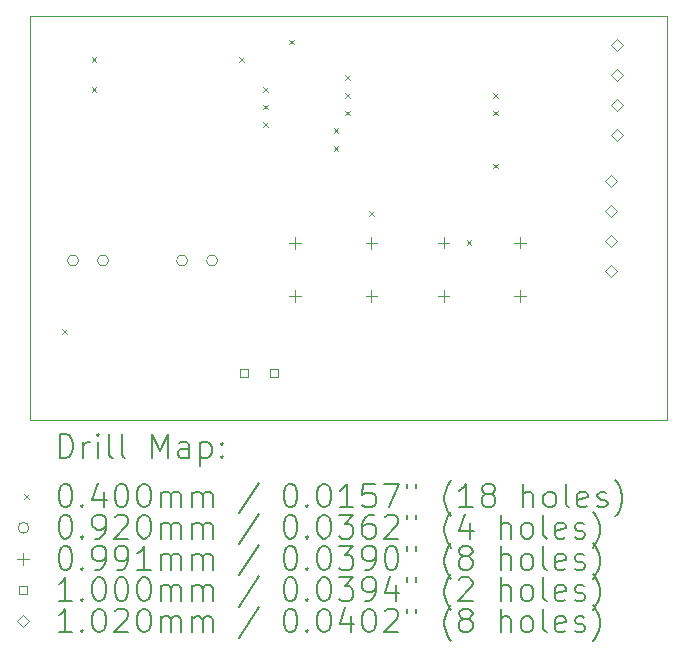
<source format=gbr>
%TF.GenerationSoftware,KiCad,Pcbnew,7.0.10*%
%TF.CreationDate,2025-02-21T18:16:47-05:00*%
%TF.ProjectId,pcb_v2,7063625f-7632-42e6-9b69-6361645f7063,rev?*%
%TF.SameCoordinates,Original*%
%TF.FileFunction,Drillmap*%
%TF.FilePolarity,Positive*%
%FSLAX45Y45*%
G04 Gerber Fmt 4.5, Leading zero omitted, Abs format (unit mm)*
G04 Created by KiCad (PCBNEW 7.0.10) date 2025-02-21 18:16:47*
%MOMM*%
%LPD*%
G01*
G04 APERTURE LIST*
%ADD10C,0.100000*%
%ADD11C,0.200000*%
%ADD12C,0.102000*%
G04 APERTURE END LIST*
D10*
X11355000Y-7679000D02*
X16755000Y-7679000D01*
X16755000Y-11104000D01*
X11355000Y-11104000D01*
X11355000Y-7679000D01*
D11*
D10*
X11630000Y-10330000D02*
X11670000Y-10370000D01*
X11670000Y-10330000D02*
X11630000Y-10370000D01*
X11880000Y-8030000D02*
X11920000Y-8070000D01*
X11920000Y-8030000D02*
X11880000Y-8070000D01*
X11880000Y-8280000D02*
X11920000Y-8320000D01*
X11920000Y-8280000D02*
X11880000Y-8320000D01*
X13130000Y-8030000D02*
X13170000Y-8070000D01*
X13170000Y-8030000D02*
X13130000Y-8070000D01*
X13330000Y-8280000D02*
X13370000Y-8320000D01*
X13370000Y-8280000D02*
X13330000Y-8320000D01*
X13330000Y-8430000D02*
X13370000Y-8470000D01*
X13370000Y-8430000D02*
X13330000Y-8470000D01*
X13330000Y-8580000D02*
X13370000Y-8620000D01*
X13370000Y-8580000D02*
X13330000Y-8620000D01*
X13555000Y-7880000D02*
X13595000Y-7920000D01*
X13595000Y-7880000D02*
X13555000Y-7920000D01*
X13930000Y-8630000D02*
X13970000Y-8670000D01*
X13970000Y-8630000D02*
X13930000Y-8670000D01*
X13930000Y-8780000D02*
X13970000Y-8820000D01*
X13970000Y-8780000D02*
X13930000Y-8820000D01*
X14030000Y-8180000D02*
X14070000Y-8220000D01*
X14070000Y-8180000D02*
X14030000Y-8220000D01*
X14030000Y-8330000D02*
X14070000Y-8370000D01*
X14070000Y-8330000D02*
X14030000Y-8370000D01*
X14030000Y-8480000D02*
X14070000Y-8520000D01*
X14070000Y-8480000D02*
X14030000Y-8520000D01*
X14230000Y-9330000D02*
X14270000Y-9370000D01*
X14270000Y-9330000D02*
X14230000Y-9370000D01*
X15055000Y-9580000D02*
X15095000Y-9620000D01*
X15095000Y-9580000D02*
X15055000Y-9620000D01*
X15280000Y-8330000D02*
X15320000Y-8370000D01*
X15320000Y-8330000D02*
X15280000Y-8370000D01*
X15280000Y-8480000D02*
X15320000Y-8520000D01*
X15320000Y-8480000D02*
X15280000Y-8520000D01*
X15280000Y-8930000D02*
X15320000Y-8970000D01*
X15320000Y-8930000D02*
X15280000Y-8970000D01*
X11769000Y-9750000D02*
G75*
G03*
X11677000Y-9750000I-46000J0D01*
G01*
X11677000Y-9750000D02*
G75*
G03*
X11769000Y-9750000I46000J0D01*
G01*
X12023000Y-9750000D02*
G75*
G03*
X11931000Y-9750000I-46000J0D01*
G01*
X11931000Y-9750000D02*
G75*
G03*
X12023000Y-9750000I46000J0D01*
G01*
X12692000Y-9750000D02*
G75*
G03*
X12600000Y-9750000I-46000J0D01*
G01*
X12600000Y-9750000D02*
G75*
G03*
X12692000Y-9750000I46000J0D01*
G01*
X12946000Y-9750000D02*
G75*
G03*
X12854000Y-9750000I-46000J0D01*
G01*
X12854000Y-9750000D02*
G75*
G03*
X12946000Y-9750000I46000J0D01*
G01*
X13600000Y-9550470D02*
X13600000Y-9649530D01*
X13550470Y-9600000D02*
X13649530Y-9600000D01*
X13600000Y-10000470D02*
X13600000Y-10099530D01*
X13550470Y-10050000D02*
X13649530Y-10050000D01*
X14250000Y-9550470D02*
X14250000Y-9649530D01*
X14200470Y-9600000D02*
X14299530Y-9600000D01*
X14250000Y-10000470D02*
X14250000Y-10099530D01*
X14200470Y-10050000D02*
X14299530Y-10050000D01*
X14860385Y-9548495D02*
X14860385Y-9647555D01*
X14810855Y-9598025D02*
X14909915Y-9598025D01*
X14860385Y-9998495D02*
X14860385Y-10097555D01*
X14810855Y-10048025D02*
X14909915Y-10048025D01*
X15510385Y-9548495D02*
X15510385Y-9647555D01*
X15460855Y-9598025D02*
X15559915Y-9598025D01*
X15510385Y-9998495D02*
X15510385Y-10097555D01*
X15460855Y-10048025D02*
X15559915Y-10048025D01*
X13207856Y-10735356D02*
X13207856Y-10664644D01*
X13137144Y-10664644D01*
X13137144Y-10735356D01*
X13207856Y-10735356D01*
X13461856Y-10735356D02*
X13461856Y-10664644D01*
X13391144Y-10664644D01*
X13391144Y-10735356D01*
X13461856Y-10735356D01*
D12*
X16275000Y-9126000D02*
X16326000Y-9075000D01*
X16275000Y-9024000D01*
X16224000Y-9075000D01*
X16275000Y-9126000D01*
X16275000Y-9380000D02*
X16326000Y-9329000D01*
X16275000Y-9278000D01*
X16224000Y-9329000D01*
X16275000Y-9380000D01*
X16275000Y-9634000D02*
X16326000Y-9583000D01*
X16275000Y-9532000D01*
X16224000Y-9583000D01*
X16275000Y-9634000D01*
X16275000Y-9888000D02*
X16326000Y-9837000D01*
X16275000Y-9786000D01*
X16224000Y-9837000D01*
X16275000Y-9888000D01*
X16325000Y-7976000D02*
X16376000Y-7925000D01*
X16325000Y-7874000D01*
X16274000Y-7925000D01*
X16325000Y-7976000D01*
X16325000Y-8230000D02*
X16376000Y-8179000D01*
X16325000Y-8128000D01*
X16274000Y-8179000D01*
X16325000Y-8230000D01*
X16325000Y-8484000D02*
X16376000Y-8433000D01*
X16325000Y-8382000D01*
X16274000Y-8433000D01*
X16325000Y-8484000D01*
X16325000Y-8738000D02*
X16376000Y-8687000D01*
X16325000Y-8636000D01*
X16274000Y-8687000D01*
X16325000Y-8738000D01*
D11*
X11610777Y-11420484D02*
X11610777Y-11220484D01*
X11610777Y-11220484D02*
X11658396Y-11220484D01*
X11658396Y-11220484D02*
X11686967Y-11230008D01*
X11686967Y-11230008D02*
X11706015Y-11249055D01*
X11706015Y-11249055D02*
X11715539Y-11268103D01*
X11715539Y-11268103D02*
X11725062Y-11306198D01*
X11725062Y-11306198D02*
X11725062Y-11334769D01*
X11725062Y-11334769D02*
X11715539Y-11372865D01*
X11715539Y-11372865D02*
X11706015Y-11391912D01*
X11706015Y-11391912D02*
X11686967Y-11410960D01*
X11686967Y-11410960D02*
X11658396Y-11420484D01*
X11658396Y-11420484D02*
X11610777Y-11420484D01*
X11810777Y-11420484D02*
X11810777Y-11287150D01*
X11810777Y-11325246D02*
X11820301Y-11306198D01*
X11820301Y-11306198D02*
X11829824Y-11296674D01*
X11829824Y-11296674D02*
X11848872Y-11287150D01*
X11848872Y-11287150D02*
X11867920Y-11287150D01*
X11934586Y-11420484D02*
X11934586Y-11287150D01*
X11934586Y-11220484D02*
X11925062Y-11230008D01*
X11925062Y-11230008D02*
X11934586Y-11239531D01*
X11934586Y-11239531D02*
X11944110Y-11230008D01*
X11944110Y-11230008D02*
X11934586Y-11220484D01*
X11934586Y-11220484D02*
X11934586Y-11239531D01*
X12058396Y-11420484D02*
X12039348Y-11410960D01*
X12039348Y-11410960D02*
X12029824Y-11391912D01*
X12029824Y-11391912D02*
X12029824Y-11220484D01*
X12163158Y-11420484D02*
X12144110Y-11410960D01*
X12144110Y-11410960D02*
X12134586Y-11391912D01*
X12134586Y-11391912D02*
X12134586Y-11220484D01*
X12391729Y-11420484D02*
X12391729Y-11220484D01*
X12391729Y-11220484D02*
X12458396Y-11363341D01*
X12458396Y-11363341D02*
X12525062Y-11220484D01*
X12525062Y-11220484D02*
X12525062Y-11420484D01*
X12706015Y-11420484D02*
X12706015Y-11315722D01*
X12706015Y-11315722D02*
X12696491Y-11296674D01*
X12696491Y-11296674D02*
X12677443Y-11287150D01*
X12677443Y-11287150D02*
X12639348Y-11287150D01*
X12639348Y-11287150D02*
X12620301Y-11296674D01*
X12706015Y-11410960D02*
X12686967Y-11420484D01*
X12686967Y-11420484D02*
X12639348Y-11420484D01*
X12639348Y-11420484D02*
X12620301Y-11410960D01*
X12620301Y-11410960D02*
X12610777Y-11391912D01*
X12610777Y-11391912D02*
X12610777Y-11372865D01*
X12610777Y-11372865D02*
X12620301Y-11353817D01*
X12620301Y-11353817D02*
X12639348Y-11344293D01*
X12639348Y-11344293D02*
X12686967Y-11344293D01*
X12686967Y-11344293D02*
X12706015Y-11334769D01*
X12801253Y-11287150D02*
X12801253Y-11487150D01*
X12801253Y-11296674D02*
X12820301Y-11287150D01*
X12820301Y-11287150D02*
X12858396Y-11287150D01*
X12858396Y-11287150D02*
X12877443Y-11296674D01*
X12877443Y-11296674D02*
X12886967Y-11306198D01*
X12886967Y-11306198D02*
X12896491Y-11325246D01*
X12896491Y-11325246D02*
X12896491Y-11382388D01*
X12896491Y-11382388D02*
X12886967Y-11401436D01*
X12886967Y-11401436D02*
X12877443Y-11410960D01*
X12877443Y-11410960D02*
X12858396Y-11420484D01*
X12858396Y-11420484D02*
X12820301Y-11420484D01*
X12820301Y-11420484D02*
X12801253Y-11410960D01*
X12982205Y-11401436D02*
X12991729Y-11410960D01*
X12991729Y-11410960D02*
X12982205Y-11420484D01*
X12982205Y-11420484D02*
X12972682Y-11410960D01*
X12972682Y-11410960D02*
X12982205Y-11401436D01*
X12982205Y-11401436D02*
X12982205Y-11420484D01*
X12982205Y-11296674D02*
X12991729Y-11306198D01*
X12991729Y-11306198D02*
X12982205Y-11315722D01*
X12982205Y-11315722D02*
X12972682Y-11306198D01*
X12972682Y-11306198D02*
X12982205Y-11296674D01*
X12982205Y-11296674D02*
X12982205Y-11315722D01*
D10*
X11310000Y-11729000D02*
X11350000Y-11769000D01*
X11350000Y-11729000D02*
X11310000Y-11769000D01*
D11*
X11648872Y-11640484D02*
X11667920Y-11640484D01*
X11667920Y-11640484D02*
X11686967Y-11650008D01*
X11686967Y-11650008D02*
X11696491Y-11659531D01*
X11696491Y-11659531D02*
X11706015Y-11678579D01*
X11706015Y-11678579D02*
X11715539Y-11716674D01*
X11715539Y-11716674D02*
X11715539Y-11764293D01*
X11715539Y-11764293D02*
X11706015Y-11802388D01*
X11706015Y-11802388D02*
X11696491Y-11821436D01*
X11696491Y-11821436D02*
X11686967Y-11830960D01*
X11686967Y-11830960D02*
X11667920Y-11840484D01*
X11667920Y-11840484D02*
X11648872Y-11840484D01*
X11648872Y-11840484D02*
X11629824Y-11830960D01*
X11629824Y-11830960D02*
X11620301Y-11821436D01*
X11620301Y-11821436D02*
X11610777Y-11802388D01*
X11610777Y-11802388D02*
X11601253Y-11764293D01*
X11601253Y-11764293D02*
X11601253Y-11716674D01*
X11601253Y-11716674D02*
X11610777Y-11678579D01*
X11610777Y-11678579D02*
X11620301Y-11659531D01*
X11620301Y-11659531D02*
X11629824Y-11650008D01*
X11629824Y-11650008D02*
X11648872Y-11640484D01*
X11801253Y-11821436D02*
X11810777Y-11830960D01*
X11810777Y-11830960D02*
X11801253Y-11840484D01*
X11801253Y-11840484D02*
X11791729Y-11830960D01*
X11791729Y-11830960D02*
X11801253Y-11821436D01*
X11801253Y-11821436D02*
X11801253Y-11840484D01*
X11982205Y-11707150D02*
X11982205Y-11840484D01*
X11934586Y-11630960D02*
X11886967Y-11773817D01*
X11886967Y-11773817D02*
X12010777Y-11773817D01*
X12125062Y-11640484D02*
X12144110Y-11640484D01*
X12144110Y-11640484D02*
X12163158Y-11650008D01*
X12163158Y-11650008D02*
X12172682Y-11659531D01*
X12172682Y-11659531D02*
X12182205Y-11678579D01*
X12182205Y-11678579D02*
X12191729Y-11716674D01*
X12191729Y-11716674D02*
X12191729Y-11764293D01*
X12191729Y-11764293D02*
X12182205Y-11802388D01*
X12182205Y-11802388D02*
X12172682Y-11821436D01*
X12172682Y-11821436D02*
X12163158Y-11830960D01*
X12163158Y-11830960D02*
X12144110Y-11840484D01*
X12144110Y-11840484D02*
X12125062Y-11840484D01*
X12125062Y-11840484D02*
X12106015Y-11830960D01*
X12106015Y-11830960D02*
X12096491Y-11821436D01*
X12096491Y-11821436D02*
X12086967Y-11802388D01*
X12086967Y-11802388D02*
X12077443Y-11764293D01*
X12077443Y-11764293D02*
X12077443Y-11716674D01*
X12077443Y-11716674D02*
X12086967Y-11678579D01*
X12086967Y-11678579D02*
X12096491Y-11659531D01*
X12096491Y-11659531D02*
X12106015Y-11650008D01*
X12106015Y-11650008D02*
X12125062Y-11640484D01*
X12315539Y-11640484D02*
X12334586Y-11640484D01*
X12334586Y-11640484D02*
X12353634Y-11650008D01*
X12353634Y-11650008D02*
X12363158Y-11659531D01*
X12363158Y-11659531D02*
X12372682Y-11678579D01*
X12372682Y-11678579D02*
X12382205Y-11716674D01*
X12382205Y-11716674D02*
X12382205Y-11764293D01*
X12382205Y-11764293D02*
X12372682Y-11802388D01*
X12372682Y-11802388D02*
X12363158Y-11821436D01*
X12363158Y-11821436D02*
X12353634Y-11830960D01*
X12353634Y-11830960D02*
X12334586Y-11840484D01*
X12334586Y-11840484D02*
X12315539Y-11840484D01*
X12315539Y-11840484D02*
X12296491Y-11830960D01*
X12296491Y-11830960D02*
X12286967Y-11821436D01*
X12286967Y-11821436D02*
X12277443Y-11802388D01*
X12277443Y-11802388D02*
X12267920Y-11764293D01*
X12267920Y-11764293D02*
X12267920Y-11716674D01*
X12267920Y-11716674D02*
X12277443Y-11678579D01*
X12277443Y-11678579D02*
X12286967Y-11659531D01*
X12286967Y-11659531D02*
X12296491Y-11650008D01*
X12296491Y-11650008D02*
X12315539Y-11640484D01*
X12467920Y-11840484D02*
X12467920Y-11707150D01*
X12467920Y-11726198D02*
X12477443Y-11716674D01*
X12477443Y-11716674D02*
X12496491Y-11707150D01*
X12496491Y-11707150D02*
X12525063Y-11707150D01*
X12525063Y-11707150D02*
X12544110Y-11716674D01*
X12544110Y-11716674D02*
X12553634Y-11735722D01*
X12553634Y-11735722D02*
X12553634Y-11840484D01*
X12553634Y-11735722D02*
X12563158Y-11716674D01*
X12563158Y-11716674D02*
X12582205Y-11707150D01*
X12582205Y-11707150D02*
X12610777Y-11707150D01*
X12610777Y-11707150D02*
X12629824Y-11716674D01*
X12629824Y-11716674D02*
X12639348Y-11735722D01*
X12639348Y-11735722D02*
X12639348Y-11840484D01*
X12734586Y-11840484D02*
X12734586Y-11707150D01*
X12734586Y-11726198D02*
X12744110Y-11716674D01*
X12744110Y-11716674D02*
X12763158Y-11707150D01*
X12763158Y-11707150D02*
X12791729Y-11707150D01*
X12791729Y-11707150D02*
X12810777Y-11716674D01*
X12810777Y-11716674D02*
X12820301Y-11735722D01*
X12820301Y-11735722D02*
X12820301Y-11840484D01*
X12820301Y-11735722D02*
X12829824Y-11716674D01*
X12829824Y-11716674D02*
X12848872Y-11707150D01*
X12848872Y-11707150D02*
X12877443Y-11707150D01*
X12877443Y-11707150D02*
X12896491Y-11716674D01*
X12896491Y-11716674D02*
X12906015Y-11735722D01*
X12906015Y-11735722D02*
X12906015Y-11840484D01*
X13296491Y-11630960D02*
X13125063Y-11888103D01*
X13553634Y-11640484D02*
X13572682Y-11640484D01*
X13572682Y-11640484D02*
X13591729Y-11650008D01*
X13591729Y-11650008D02*
X13601253Y-11659531D01*
X13601253Y-11659531D02*
X13610777Y-11678579D01*
X13610777Y-11678579D02*
X13620301Y-11716674D01*
X13620301Y-11716674D02*
X13620301Y-11764293D01*
X13620301Y-11764293D02*
X13610777Y-11802388D01*
X13610777Y-11802388D02*
X13601253Y-11821436D01*
X13601253Y-11821436D02*
X13591729Y-11830960D01*
X13591729Y-11830960D02*
X13572682Y-11840484D01*
X13572682Y-11840484D02*
X13553634Y-11840484D01*
X13553634Y-11840484D02*
X13534586Y-11830960D01*
X13534586Y-11830960D02*
X13525063Y-11821436D01*
X13525063Y-11821436D02*
X13515539Y-11802388D01*
X13515539Y-11802388D02*
X13506015Y-11764293D01*
X13506015Y-11764293D02*
X13506015Y-11716674D01*
X13506015Y-11716674D02*
X13515539Y-11678579D01*
X13515539Y-11678579D02*
X13525063Y-11659531D01*
X13525063Y-11659531D02*
X13534586Y-11650008D01*
X13534586Y-11650008D02*
X13553634Y-11640484D01*
X13706015Y-11821436D02*
X13715539Y-11830960D01*
X13715539Y-11830960D02*
X13706015Y-11840484D01*
X13706015Y-11840484D02*
X13696491Y-11830960D01*
X13696491Y-11830960D02*
X13706015Y-11821436D01*
X13706015Y-11821436D02*
X13706015Y-11840484D01*
X13839348Y-11640484D02*
X13858396Y-11640484D01*
X13858396Y-11640484D02*
X13877444Y-11650008D01*
X13877444Y-11650008D02*
X13886967Y-11659531D01*
X13886967Y-11659531D02*
X13896491Y-11678579D01*
X13896491Y-11678579D02*
X13906015Y-11716674D01*
X13906015Y-11716674D02*
X13906015Y-11764293D01*
X13906015Y-11764293D02*
X13896491Y-11802388D01*
X13896491Y-11802388D02*
X13886967Y-11821436D01*
X13886967Y-11821436D02*
X13877444Y-11830960D01*
X13877444Y-11830960D02*
X13858396Y-11840484D01*
X13858396Y-11840484D02*
X13839348Y-11840484D01*
X13839348Y-11840484D02*
X13820301Y-11830960D01*
X13820301Y-11830960D02*
X13810777Y-11821436D01*
X13810777Y-11821436D02*
X13801253Y-11802388D01*
X13801253Y-11802388D02*
X13791729Y-11764293D01*
X13791729Y-11764293D02*
X13791729Y-11716674D01*
X13791729Y-11716674D02*
X13801253Y-11678579D01*
X13801253Y-11678579D02*
X13810777Y-11659531D01*
X13810777Y-11659531D02*
X13820301Y-11650008D01*
X13820301Y-11650008D02*
X13839348Y-11640484D01*
X14096491Y-11840484D02*
X13982206Y-11840484D01*
X14039348Y-11840484D02*
X14039348Y-11640484D01*
X14039348Y-11640484D02*
X14020301Y-11669055D01*
X14020301Y-11669055D02*
X14001253Y-11688103D01*
X14001253Y-11688103D02*
X13982206Y-11697627D01*
X14277444Y-11640484D02*
X14182206Y-11640484D01*
X14182206Y-11640484D02*
X14172682Y-11735722D01*
X14172682Y-11735722D02*
X14182206Y-11726198D01*
X14182206Y-11726198D02*
X14201253Y-11716674D01*
X14201253Y-11716674D02*
X14248872Y-11716674D01*
X14248872Y-11716674D02*
X14267920Y-11726198D01*
X14267920Y-11726198D02*
X14277444Y-11735722D01*
X14277444Y-11735722D02*
X14286967Y-11754769D01*
X14286967Y-11754769D02*
X14286967Y-11802388D01*
X14286967Y-11802388D02*
X14277444Y-11821436D01*
X14277444Y-11821436D02*
X14267920Y-11830960D01*
X14267920Y-11830960D02*
X14248872Y-11840484D01*
X14248872Y-11840484D02*
X14201253Y-11840484D01*
X14201253Y-11840484D02*
X14182206Y-11830960D01*
X14182206Y-11830960D02*
X14172682Y-11821436D01*
X14353634Y-11640484D02*
X14486967Y-11640484D01*
X14486967Y-11640484D02*
X14401253Y-11840484D01*
X14553634Y-11640484D02*
X14553634Y-11678579D01*
X14629825Y-11640484D02*
X14629825Y-11678579D01*
X14925063Y-11916674D02*
X14915539Y-11907150D01*
X14915539Y-11907150D02*
X14896491Y-11878579D01*
X14896491Y-11878579D02*
X14886968Y-11859531D01*
X14886968Y-11859531D02*
X14877444Y-11830960D01*
X14877444Y-11830960D02*
X14867920Y-11783341D01*
X14867920Y-11783341D02*
X14867920Y-11745246D01*
X14867920Y-11745246D02*
X14877444Y-11697627D01*
X14877444Y-11697627D02*
X14886968Y-11669055D01*
X14886968Y-11669055D02*
X14896491Y-11650008D01*
X14896491Y-11650008D02*
X14915539Y-11621436D01*
X14915539Y-11621436D02*
X14925063Y-11611912D01*
X15106015Y-11840484D02*
X14991729Y-11840484D01*
X15048872Y-11840484D02*
X15048872Y-11640484D01*
X15048872Y-11640484D02*
X15029825Y-11669055D01*
X15029825Y-11669055D02*
X15010777Y-11688103D01*
X15010777Y-11688103D02*
X14991729Y-11697627D01*
X15220301Y-11726198D02*
X15201253Y-11716674D01*
X15201253Y-11716674D02*
X15191729Y-11707150D01*
X15191729Y-11707150D02*
X15182206Y-11688103D01*
X15182206Y-11688103D02*
X15182206Y-11678579D01*
X15182206Y-11678579D02*
X15191729Y-11659531D01*
X15191729Y-11659531D02*
X15201253Y-11650008D01*
X15201253Y-11650008D02*
X15220301Y-11640484D01*
X15220301Y-11640484D02*
X15258396Y-11640484D01*
X15258396Y-11640484D02*
X15277444Y-11650008D01*
X15277444Y-11650008D02*
X15286968Y-11659531D01*
X15286968Y-11659531D02*
X15296491Y-11678579D01*
X15296491Y-11678579D02*
X15296491Y-11688103D01*
X15296491Y-11688103D02*
X15286968Y-11707150D01*
X15286968Y-11707150D02*
X15277444Y-11716674D01*
X15277444Y-11716674D02*
X15258396Y-11726198D01*
X15258396Y-11726198D02*
X15220301Y-11726198D01*
X15220301Y-11726198D02*
X15201253Y-11735722D01*
X15201253Y-11735722D02*
X15191729Y-11745246D01*
X15191729Y-11745246D02*
X15182206Y-11764293D01*
X15182206Y-11764293D02*
X15182206Y-11802388D01*
X15182206Y-11802388D02*
X15191729Y-11821436D01*
X15191729Y-11821436D02*
X15201253Y-11830960D01*
X15201253Y-11830960D02*
X15220301Y-11840484D01*
X15220301Y-11840484D02*
X15258396Y-11840484D01*
X15258396Y-11840484D02*
X15277444Y-11830960D01*
X15277444Y-11830960D02*
X15286968Y-11821436D01*
X15286968Y-11821436D02*
X15296491Y-11802388D01*
X15296491Y-11802388D02*
X15296491Y-11764293D01*
X15296491Y-11764293D02*
X15286968Y-11745246D01*
X15286968Y-11745246D02*
X15277444Y-11735722D01*
X15277444Y-11735722D02*
X15258396Y-11726198D01*
X15534587Y-11840484D02*
X15534587Y-11640484D01*
X15620301Y-11840484D02*
X15620301Y-11735722D01*
X15620301Y-11735722D02*
X15610777Y-11716674D01*
X15610777Y-11716674D02*
X15591730Y-11707150D01*
X15591730Y-11707150D02*
X15563158Y-11707150D01*
X15563158Y-11707150D02*
X15544110Y-11716674D01*
X15544110Y-11716674D02*
X15534587Y-11726198D01*
X15744110Y-11840484D02*
X15725063Y-11830960D01*
X15725063Y-11830960D02*
X15715539Y-11821436D01*
X15715539Y-11821436D02*
X15706015Y-11802388D01*
X15706015Y-11802388D02*
X15706015Y-11745246D01*
X15706015Y-11745246D02*
X15715539Y-11726198D01*
X15715539Y-11726198D02*
X15725063Y-11716674D01*
X15725063Y-11716674D02*
X15744110Y-11707150D01*
X15744110Y-11707150D02*
X15772682Y-11707150D01*
X15772682Y-11707150D02*
X15791730Y-11716674D01*
X15791730Y-11716674D02*
X15801253Y-11726198D01*
X15801253Y-11726198D02*
X15810777Y-11745246D01*
X15810777Y-11745246D02*
X15810777Y-11802388D01*
X15810777Y-11802388D02*
X15801253Y-11821436D01*
X15801253Y-11821436D02*
X15791730Y-11830960D01*
X15791730Y-11830960D02*
X15772682Y-11840484D01*
X15772682Y-11840484D02*
X15744110Y-11840484D01*
X15925063Y-11840484D02*
X15906015Y-11830960D01*
X15906015Y-11830960D02*
X15896491Y-11811912D01*
X15896491Y-11811912D02*
X15896491Y-11640484D01*
X16077444Y-11830960D02*
X16058396Y-11840484D01*
X16058396Y-11840484D02*
X16020301Y-11840484D01*
X16020301Y-11840484D02*
X16001253Y-11830960D01*
X16001253Y-11830960D02*
X15991730Y-11811912D01*
X15991730Y-11811912D02*
X15991730Y-11735722D01*
X15991730Y-11735722D02*
X16001253Y-11716674D01*
X16001253Y-11716674D02*
X16020301Y-11707150D01*
X16020301Y-11707150D02*
X16058396Y-11707150D01*
X16058396Y-11707150D02*
X16077444Y-11716674D01*
X16077444Y-11716674D02*
X16086968Y-11735722D01*
X16086968Y-11735722D02*
X16086968Y-11754769D01*
X16086968Y-11754769D02*
X15991730Y-11773817D01*
X16163158Y-11830960D02*
X16182206Y-11840484D01*
X16182206Y-11840484D02*
X16220301Y-11840484D01*
X16220301Y-11840484D02*
X16239349Y-11830960D01*
X16239349Y-11830960D02*
X16248872Y-11811912D01*
X16248872Y-11811912D02*
X16248872Y-11802388D01*
X16248872Y-11802388D02*
X16239349Y-11783341D01*
X16239349Y-11783341D02*
X16220301Y-11773817D01*
X16220301Y-11773817D02*
X16191730Y-11773817D01*
X16191730Y-11773817D02*
X16172682Y-11764293D01*
X16172682Y-11764293D02*
X16163158Y-11745246D01*
X16163158Y-11745246D02*
X16163158Y-11735722D01*
X16163158Y-11735722D02*
X16172682Y-11716674D01*
X16172682Y-11716674D02*
X16191730Y-11707150D01*
X16191730Y-11707150D02*
X16220301Y-11707150D01*
X16220301Y-11707150D02*
X16239349Y-11716674D01*
X16315539Y-11916674D02*
X16325063Y-11907150D01*
X16325063Y-11907150D02*
X16344111Y-11878579D01*
X16344111Y-11878579D02*
X16353634Y-11859531D01*
X16353634Y-11859531D02*
X16363158Y-11830960D01*
X16363158Y-11830960D02*
X16372682Y-11783341D01*
X16372682Y-11783341D02*
X16372682Y-11745246D01*
X16372682Y-11745246D02*
X16363158Y-11697627D01*
X16363158Y-11697627D02*
X16353634Y-11669055D01*
X16353634Y-11669055D02*
X16344111Y-11650008D01*
X16344111Y-11650008D02*
X16325063Y-11621436D01*
X16325063Y-11621436D02*
X16315539Y-11611912D01*
D10*
X11350000Y-12013000D02*
G75*
G03*
X11258000Y-12013000I-46000J0D01*
G01*
X11258000Y-12013000D02*
G75*
G03*
X11350000Y-12013000I46000J0D01*
G01*
D11*
X11648872Y-11904484D02*
X11667920Y-11904484D01*
X11667920Y-11904484D02*
X11686967Y-11914008D01*
X11686967Y-11914008D02*
X11696491Y-11923531D01*
X11696491Y-11923531D02*
X11706015Y-11942579D01*
X11706015Y-11942579D02*
X11715539Y-11980674D01*
X11715539Y-11980674D02*
X11715539Y-12028293D01*
X11715539Y-12028293D02*
X11706015Y-12066388D01*
X11706015Y-12066388D02*
X11696491Y-12085436D01*
X11696491Y-12085436D02*
X11686967Y-12094960D01*
X11686967Y-12094960D02*
X11667920Y-12104484D01*
X11667920Y-12104484D02*
X11648872Y-12104484D01*
X11648872Y-12104484D02*
X11629824Y-12094960D01*
X11629824Y-12094960D02*
X11620301Y-12085436D01*
X11620301Y-12085436D02*
X11610777Y-12066388D01*
X11610777Y-12066388D02*
X11601253Y-12028293D01*
X11601253Y-12028293D02*
X11601253Y-11980674D01*
X11601253Y-11980674D02*
X11610777Y-11942579D01*
X11610777Y-11942579D02*
X11620301Y-11923531D01*
X11620301Y-11923531D02*
X11629824Y-11914008D01*
X11629824Y-11914008D02*
X11648872Y-11904484D01*
X11801253Y-12085436D02*
X11810777Y-12094960D01*
X11810777Y-12094960D02*
X11801253Y-12104484D01*
X11801253Y-12104484D02*
X11791729Y-12094960D01*
X11791729Y-12094960D02*
X11801253Y-12085436D01*
X11801253Y-12085436D02*
X11801253Y-12104484D01*
X11906015Y-12104484D02*
X11944110Y-12104484D01*
X11944110Y-12104484D02*
X11963158Y-12094960D01*
X11963158Y-12094960D02*
X11972682Y-12085436D01*
X11972682Y-12085436D02*
X11991729Y-12056865D01*
X11991729Y-12056865D02*
X12001253Y-12018769D01*
X12001253Y-12018769D02*
X12001253Y-11942579D01*
X12001253Y-11942579D02*
X11991729Y-11923531D01*
X11991729Y-11923531D02*
X11982205Y-11914008D01*
X11982205Y-11914008D02*
X11963158Y-11904484D01*
X11963158Y-11904484D02*
X11925062Y-11904484D01*
X11925062Y-11904484D02*
X11906015Y-11914008D01*
X11906015Y-11914008D02*
X11896491Y-11923531D01*
X11896491Y-11923531D02*
X11886967Y-11942579D01*
X11886967Y-11942579D02*
X11886967Y-11990198D01*
X11886967Y-11990198D02*
X11896491Y-12009246D01*
X11896491Y-12009246D02*
X11906015Y-12018769D01*
X11906015Y-12018769D02*
X11925062Y-12028293D01*
X11925062Y-12028293D02*
X11963158Y-12028293D01*
X11963158Y-12028293D02*
X11982205Y-12018769D01*
X11982205Y-12018769D02*
X11991729Y-12009246D01*
X11991729Y-12009246D02*
X12001253Y-11990198D01*
X12077443Y-11923531D02*
X12086967Y-11914008D01*
X12086967Y-11914008D02*
X12106015Y-11904484D01*
X12106015Y-11904484D02*
X12153634Y-11904484D01*
X12153634Y-11904484D02*
X12172682Y-11914008D01*
X12172682Y-11914008D02*
X12182205Y-11923531D01*
X12182205Y-11923531D02*
X12191729Y-11942579D01*
X12191729Y-11942579D02*
X12191729Y-11961627D01*
X12191729Y-11961627D02*
X12182205Y-11990198D01*
X12182205Y-11990198D02*
X12067920Y-12104484D01*
X12067920Y-12104484D02*
X12191729Y-12104484D01*
X12315539Y-11904484D02*
X12334586Y-11904484D01*
X12334586Y-11904484D02*
X12353634Y-11914008D01*
X12353634Y-11914008D02*
X12363158Y-11923531D01*
X12363158Y-11923531D02*
X12372682Y-11942579D01*
X12372682Y-11942579D02*
X12382205Y-11980674D01*
X12382205Y-11980674D02*
X12382205Y-12028293D01*
X12382205Y-12028293D02*
X12372682Y-12066388D01*
X12372682Y-12066388D02*
X12363158Y-12085436D01*
X12363158Y-12085436D02*
X12353634Y-12094960D01*
X12353634Y-12094960D02*
X12334586Y-12104484D01*
X12334586Y-12104484D02*
X12315539Y-12104484D01*
X12315539Y-12104484D02*
X12296491Y-12094960D01*
X12296491Y-12094960D02*
X12286967Y-12085436D01*
X12286967Y-12085436D02*
X12277443Y-12066388D01*
X12277443Y-12066388D02*
X12267920Y-12028293D01*
X12267920Y-12028293D02*
X12267920Y-11980674D01*
X12267920Y-11980674D02*
X12277443Y-11942579D01*
X12277443Y-11942579D02*
X12286967Y-11923531D01*
X12286967Y-11923531D02*
X12296491Y-11914008D01*
X12296491Y-11914008D02*
X12315539Y-11904484D01*
X12467920Y-12104484D02*
X12467920Y-11971150D01*
X12467920Y-11990198D02*
X12477443Y-11980674D01*
X12477443Y-11980674D02*
X12496491Y-11971150D01*
X12496491Y-11971150D02*
X12525063Y-11971150D01*
X12525063Y-11971150D02*
X12544110Y-11980674D01*
X12544110Y-11980674D02*
X12553634Y-11999722D01*
X12553634Y-11999722D02*
X12553634Y-12104484D01*
X12553634Y-11999722D02*
X12563158Y-11980674D01*
X12563158Y-11980674D02*
X12582205Y-11971150D01*
X12582205Y-11971150D02*
X12610777Y-11971150D01*
X12610777Y-11971150D02*
X12629824Y-11980674D01*
X12629824Y-11980674D02*
X12639348Y-11999722D01*
X12639348Y-11999722D02*
X12639348Y-12104484D01*
X12734586Y-12104484D02*
X12734586Y-11971150D01*
X12734586Y-11990198D02*
X12744110Y-11980674D01*
X12744110Y-11980674D02*
X12763158Y-11971150D01*
X12763158Y-11971150D02*
X12791729Y-11971150D01*
X12791729Y-11971150D02*
X12810777Y-11980674D01*
X12810777Y-11980674D02*
X12820301Y-11999722D01*
X12820301Y-11999722D02*
X12820301Y-12104484D01*
X12820301Y-11999722D02*
X12829824Y-11980674D01*
X12829824Y-11980674D02*
X12848872Y-11971150D01*
X12848872Y-11971150D02*
X12877443Y-11971150D01*
X12877443Y-11971150D02*
X12896491Y-11980674D01*
X12896491Y-11980674D02*
X12906015Y-11999722D01*
X12906015Y-11999722D02*
X12906015Y-12104484D01*
X13296491Y-11894960D02*
X13125063Y-12152103D01*
X13553634Y-11904484D02*
X13572682Y-11904484D01*
X13572682Y-11904484D02*
X13591729Y-11914008D01*
X13591729Y-11914008D02*
X13601253Y-11923531D01*
X13601253Y-11923531D02*
X13610777Y-11942579D01*
X13610777Y-11942579D02*
X13620301Y-11980674D01*
X13620301Y-11980674D02*
X13620301Y-12028293D01*
X13620301Y-12028293D02*
X13610777Y-12066388D01*
X13610777Y-12066388D02*
X13601253Y-12085436D01*
X13601253Y-12085436D02*
X13591729Y-12094960D01*
X13591729Y-12094960D02*
X13572682Y-12104484D01*
X13572682Y-12104484D02*
X13553634Y-12104484D01*
X13553634Y-12104484D02*
X13534586Y-12094960D01*
X13534586Y-12094960D02*
X13525063Y-12085436D01*
X13525063Y-12085436D02*
X13515539Y-12066388D01*
X13515539Y-12066388D02*
X13506015Y-12028293D01*
X13506015Y-12028293D02*
X13506015Y-11980674D01*
X13506015Y-11980674D02*
X13515539Y-11942579D01*
X13515539Y-11942579D02*
X13525063Y-11923531D01*
X13525063Y-11923531D02*
X13534586Y-11914008D01*
X13534586Y-11914008D02*
X13553634Y-11904484D01*
X13706015Y-12085436D02*
X13715539Y-12094960D01*
X13715539Y-12094960D02*
X13706015Y-12104484D01*
X13706015Y-12104484D02*
X13696491Y-12094960D01*
X13696491Y-12094960D02*
X13706015Y-12085436D01*
X13706015Y-12085436D02*
X13706015Y-12104484D01*
X13839348Y-11904484D02*
X13858396Y-11904484D01*
X13858396Y-11904484D02*
X13877444Y-11914008D01*
X13877444Y-11914008D02*
X13886967Y-11923531D01*
X13886967Y-11923531D02*
X13896491Y-11942579D01*
X13896491Y-11942579D02*
X13906015Y-11980674D01*
X13906015Y-11980674D02*
X13906015Y-12028293D01*
X13906015Y-12028293D02*
X13896491Y-12066388D01*
X13896491Y-12066388D02*
X13886967Y-12085436D01*
X13886967Y-12085436D02*
X13877444Y-12094960D01*
X13877444Y-12094960D02*
X13858396Y-12104484D01*
X13858396Y-12104484D02*
X13839348Y-12104484D01*
X13839348Y-12104484D02*
X13820301Y-12094960D01*
X13820301Y-12094960D02*
X13810777Y-12085436D01*
X13810777Y-12085436D02*
X13801253Y-12066388D01*
X13801253Y-12066388D02*
X13791729Y-12028293D01*
X13791729Y-12028293D02*
X13791729Y-11980674D01*
X13791729Y-11980674D02*
X13801253Y-11942579D01*
X13801253Y-11942579D02*
X13810777Y-11923531D01*
X13810777Y-11923531D02*
X13820301Y-11914008D01*
X13820301Y-11914008D02*
X13839348Y-11904484D01*
X13972682Y-11904484D02*
X14096491Y-11904484D01*
X14096491Y-11904484D02*
X14029825Y-11980674D01*
X14029825Y-11980674D02*
X14058396Y-11980674D01*
X14058396Y-11980674D02*
X14077444Y-11990198D01*
X14077444Y-11990198D02*
X14086967Y-11999722D01*
X14086967Y-11999722D02*
X14096491Y-12018769D01*
X14096491Y-12018769D02*
X14096491Y-12066388D01*
X14096491Y-12066388D02*
X14086967Y-12085436D01*
X14086967Y-12085436D02*
X14077444Y-12094960D01*
X14077444Y-12094960D02*
X14058396Y-12104484D01*
X14058396Y-12104484D02*
X14001253Y-12104484D01*
X14001253Y-12104484D02*
X13982206Y-12094960D01*
X13982206Y-12094960D02*
X13972682Y-12085436D01*
X14267920Y-11904484D02*
X14229825Y-11904484D01*
X14229825Y-11904484D02*
X14210777Y-11914008D01*
X14210777Y-11914008D02*
X14201253Y-11923531D01*
X14201253Y-11923531D02*
X14182206Y-11952103D01*
X14182206Y-11952103D02*
X14172682Y-11990198D01*
X14172682Y-11990198D02*
X14172682Y-12066388D01*
X14172682Y-12066388D02*
X14182206Y-12085436D01*
X14182206Y-12085436D02*
X14191729Y-12094960D01*
X14191729Y-12094960D02*
X14210777Y-12104484D01*
X14210777Y-12104484D02*
X14248872Y-12104484D01*
X14248872Y-12104484D02*
X14267920Y-12094960D01*
X14267920Y-12094960D02*
X14277444Y-12085436D01*
X14277444Y-12085436D02*
X14286967Y-12066388D01*
X14286967Y-12066388D02*
X14286967Y-12018769D01*
X14286967Y-12018769D02*
X14277444Y-11999722D01*
X14277444Y-11999722D02*
X14267920Y-11990198D01*
X14267920Y-11990198D02*
X14248872Y-11980674D01*
X14248872Y-11980674D02*
X14210777Y-11980674D01*
X14210777Y-11980674D02*
X14191729Y-11990198D01*
X14191729Y-11990198D02*
X14182206Y-11999722D01*
X14182206Y-11999722D02*
X14172682Y-12018769D01*
X14363158Y-11923531D02*
X14372682Y-11914008D01*
X14372682Y-11914008D02*
X14391729Y-11904484D01*
X14391729Y-11904484D02*
X14439348Y-11904484D01*
X14439348Y-11904484D02*
X14458396Y-11914008D01*
X14458396Y-11914008D02*
X14467920Y-11923531D01*
X14467920Y-11923531D02*
X14477444Y-11942579D01*
X14477444Y-11942579D02*
X14477444Y-11961627D01*
X14477444Y-11961627D02*
X14467920Y-11990198D01*
X14467920Y-11990198D02*
X14353634Y-12104484D01*
X14353634Y-12104484D02*
X14477444Y-12104484D01*
X14553634Y-11904484D02*
X14553634Y-11942579D01*
X14629825Y-11904484D02*
X14629825Y-11942579D01*
X14925063Y-12180674D02*
X14915539Y-12171150D01*
X14915539Y-12171150D02*
X14896491Y-12142579D01*
X14896491Y-12142579D02*
X14886968Y-12123531D01*
X14886968Y-12123531D02*
X14877444Y-12094960D01*
X14877444Y-12094960D02*
X14867920Y-12047341D01*
X14867920Y-12047341D02*
X14867920Y-12009246D01*
X14867920Y-12009246D02*
X14877444Y-11961627D01*
X14877444Y-11961627D02*
X14886968Y-11933055D01*
X14886968Y-11933055D02*
X14896491Y-11914008D01*
X14896491Y-11914008D02*
X14915539Y-11885436D01*
X14915539Y-11885436D02*
X14925063Y-11875912D01*
X15086968Y-11971150D02*
X15086968Y-12104484D01*
X15039348Y-11894960D02*
X14991729Y-12037817D01*
X14991729Y-12037817D02*
X15115539Y-12037817D01*
X15344110Y-12104484D02*
X15344110Y-11904484D01*
X15429825Y-12104484D02*
X15429825Y-11999722D01*
X15429825Y-11999722D02*
X15420301Y-11980674D01*
X15420301Y-11980674D02*
X15401253Y-11971150D01*
X15401253Y-11971150D02*
X15372682Y-11971150D01*
X15372682Y-11971150D02*
X15353634Y-11980674D01*
X15353634Y-11980674D02*
X15344110Y-11990198D01*
X15553634Y-12104484D02*
X15534587Y-12094960D01*
X15534587Y-12094960D02*
X15525063Y-12085436D01*
X15525063Y-12085436D02*
X15515539Y-12066388D01*
X15515539Y-12066388D02*
X15515539Y-12009246D01*
X15515539Y-12009246D02*
X15525063Y-11990198D01*
X15525063Y-11990198D02*
X15534587Y-11980674D01*
X15534587Y-11980674D02*
X15553634Y-11971150D01*
X15553634Y-11971150D02*
X15582206Y-11971150D01*
X15582206Y-11971150D02*
X15601253Y-11980674D01*
X15601253Y-11980674D02*
X15610777Y-11990198D01*
X15610777Y-11990198D02*
X15620301Y-12009246D01*
X15620301Y-12009246D02*
X15620301Y-12066388D01*
X15620301Y-12066388D02*
X15610777Y-12085436D01*
X15610777Y-12085436D02*
X15601253Y-12094960D01*
X15601253Y-12094960D02*
X15582206Y-12104484D01*
X15582206Y-12104484D02*
X15553634Y-12104484D01*
X15734587Y-12104484D02*
X15715539Y-12094960D01*
X15715539Y-12094960D02*
X15706015Y-12075912D01*
X15706015Y-12075912D02*
X15706015Y-11904484D01*
X15886968Y-12094960D02*
X15867920Y-12104484D01*
X15867920Y-12104484D02*
X15829825Y-12104484D01*
X15829825Y-12104484D02*
X15810777Y-12094960D01*
X15810777Y-12094960D02*
X15801253Y-12075912D01*
X15801253Y-12075912D02*
X15801253Y-11999722D01*
X15801253Y-11999722D02*
X15810777Y-11980674D01*
X15810777Y-11980674D02*
X15829825Y-11971150D01*
X15829825Y-11971150D02*
X15867920Y-11971150D01*
X15867920Y-11971150D02*
X15886968Y-11980674D01*
X15886968Y-11980674D02*
X15896491Y-11999722D01*
X15896491Y-11999722D02*
X15896491Y-12018769D01*
X15896491Y-12018769D02*
X15801253Y-12037817D01*
X15972682Y-12094960D02*
X15991730Y-12104484D01*
X15991730Y-12104484D02*
X16029825Y-12104484D01*
X16029825Y-12104484D02*
X16048872Y-12094960D01*
X16048872Y-12094960D02*
X16058396Y-12075912D01*
X16058396Y-12075912D02*
X16058396Y-12066388D01*
X16058396Y-12066388D02*
X16048872Y-12047341D01*
X16048872Y-12047341D02*
X16029825Y-12037817D01*
X16029825Y-12037817D02*
X16001253Y-12037817D01*
X16001253Y-12037817D02*
X15982206Y-12028293D01*
X15982206Y-12028293D02*
X15972682Y-12009246D01*
X15972682Y-12009246D02*
X15972682Y-11999722D01*
X15972682Y-11999722D02*
X15982206Y-11980674D01*
X15982206Y-11980674D02*
X16001253Y-11971150D01*
X16001253Y-11971150D02*
X16029825Y-11971150D01*
X16029825Y-11971150D02*
X16048872Y-11980674D01*
X16125063Y-12180674D02*
X16134587Y-12171150D01*
X16134587Y-12171150D02*
X16153634Y-12142579D01*
X16153634Y-12142579D02*
X16163158Y-12123531D01*
X16163158Y-12123531D02*
X16172682Y-12094960D01*
X16172682Y-12094960D02*
X16182206Y-12047341D01*
X16182206Y-12047341D02*
X16182206Y-12009246D01*
X16182206Y-12009246D02*
X16172682Y-11961627D01*
X16172682Y-11961627D02*
X16163158Y-11933055D01*
X16163158Y-11933055D02*
X16153634Y-11914008D01*
X16153634Y-11914008D02*
X16134587Y-11885436D01*
X16134587Y-11885436D02*
X16125063Y-11875912D01*
D10*
X11300470Y-12227470D02*
X11300470Y-12326530D01*
X11250940Y-12277000D02*
X11350000Y-12277000D01*
D11*
X11648872Y-12168484D02*
X11667920Y-12168484D01*
X11667920Y-12168484D02*
X11686967Y-12178008D01*
X11686967Y-12178008D02*
X11696491Y-12187531D01*
X11696491Y-12187531D02*
X11706015Y-12206579D01*
X11706015Y-12206579D02*
X11715539Y-12244674D01*
X11715539Y-12244674D02*
X11715539Y-12292293D01*
X11715539Y-12292293D02*
X11706015Y-12330388D01*
X11706015Y-12330388D02*
X11696491Y-12349436D01*
X11696491Y-12349436D02*
X11686967Y-12358960D01*
X11686967Y-12358960D02*
X11667920Y-12368484D01*
X11667920Y-12368484D02*
X11648872Y-12368484D01*
X11648872Y-12368484D02*
X11629824Y-12358960D01*
X11629824Y-12358960D02*
X11620301Y-12349436D01*
X11620301Y-12349436D02*
X11610777Y-12330388D01*
X11610777Y-12330388D02*
X11601253Y-12292293D01*
X11601253Y-12292293D02*
X11601253Y-12244674D01*
X11601253Y-12244674D02*
X11610777Y-12206579D01*
X11610777Y-12206579D02*
X11620301Y-12187531D01*
X11620301Y-12187531D02*
X11629824Y-12178008D01*
X11629824Y-12178008D02*
X11648872Y-12168484D01*
X11801253Y-12349436D02*
X11810777Y-12358960D01*
X11810777Y-12358960D02*
X11801253Y-12368484D01*
X11801253Y-12368484D02*
X11791729Y-12358960D01*
X11791729Y-12358960D02*
X11801253Y-12349436D01*
X11801253Y-12349436D02*
X11801253Y-12368484D01*
X11906015Y-12368484D02*
X11944110Y-12368484D01*
X11944110Y-12368484D02*
X11963158Y-12358960D01*
X11963158Y-12358960D02*
X11972682Y-12349436D01*
X11972682Y-12349436D02*
X11991729Y-12320865D01*
X11991729Y-12320865D02*
X12001253Y-12282769D01*
X12001253Y-12282769D02*
X12001253Y-12206579D01*
X12001253Y-12206579D02*
X11991729Y-12187531D01*
X11991729Y-12187531D02*
X11982205Y-12178008D01*
X11982205Y-12178008D02*
X11963158Y-12168484D01*
X11963158Y-12168484D02*
X11925062Y-12168484D01*
X11925062Y-12168484D02*
X11906015Y-12178008D01*
X11906015Y-12178008D02*
X11896491Y-12187531D01*
X11896491Y-12187531D02*
X11886967Y-12206579D01*
X11886967Y-12206579D02*
X11886967Y-12254198D01*
X11886967Y-12254198D02*
X11896491Y-12273246D01*
X11896491Y-12273246D02*
X11906015Y-12282769D01*
X11906015Y-12282769D02*
X11925062Y-12292293D01*
X11925062Y-12292293D02*
X11963158Y-12292293D01*
X11963158Y-12292293D02*
X11982205Y-12282769D01*
X11982205Y-12282769D02*
X11991729Y-12273246D01*
X11991729Y-12273246D02*
X12001253Y-12254198D01*
X12096491Y-12368484D02*
X12134586Y-12368484D01*
X12134586Y-12368484D02*
X12153634Y-12358960D01*
X12153634Y-12358960D02*
X12163158Y-12349436D01*
X12163158Y-12349436D02*
X12182205Y-12320865D01*
X12182205Y-12320865D02*
X12191729Y-12282769D01*
X12191729Y-12282769D02*
X12191729Y-12206579D01*
X12191729Y-12206579D02*
X12182205Y-12187531D01*
X12182205Y-12187531D02*
X12172682Y-12178008D01*
X12172682Y-12178008D02*
X12153634Y-12168484D01*
X12153634Y-12168484D02*
X12115539Y-12168484D01*
X12115539Y-12168484D02*
X12096491Y-12178008D01*
X12096491Y-12178008D02*
X12086967Y-12187531D01*
X12086967Y-12187531D02*
X12077443Y-12206579D01*
X12077443Y-12206579D02*
X12077443Y-12254198D01*
X12077443Y-12254198D02*
X12086967Y-12273246D01*
X12086967Y-12273246D02*
X12096491Y-12282769D01*
X12096491Y-12282769D02*
X12115539Y-12292293D01*
X12115539Y-12292293D02*
X12153634Y-12292293D01*
X12153634Y-12292293D02*
X12172682Y-12282769D01*
X12172682Y-12282769D02*
X12182205Y-12273246D01*
X12182205Y-12273246D02*
X12191729Y-12254198D01*
X12382205Y-12368484D02*
X12267920Y-12368484D01*
X12325062Y-12368484D02*
X12325062Y-12168484D01*
X12325062Y-12168484D02*
X12306015Y-12197055D01*
X12306015Y-12197055D02*
X12286967Y-12216103D01*
X12286967Y-12216103D02*
X12267920Y-12225627D01*
X12467920Y-12368484D02*
X12467920Y-12235150D01*
X12467920Y-12254198D02*
X12477443Y-12244674D01*
X12477443Y-12244674D02*
X12496491Y-12235150D01*
X12496491Y-12235150D02*
X12525063Y-12235150D01*
X12525063Y-12235150D02*
X12544110Y-12244674D01*
X12544110Y-12244674D02*
X12553634Y-12263722D01*
X12553634Y-12263722D02*
X12553634Y-12368484D01*
X12553634Y-12263722D02*
X12563158Y-12244674D01*
X12563158Y-12244674D02*
X12582205Y-12235150D01*
X12582205Y-12235150D02*
X12610777Y-12235150D01*
X12610777Y-12235150D02*
X12629824Y-12244674D01*
X12629824Y-12244674D02*
X12639348Y-12263722D01*
X12639348Y-12263722D02*
X12639348Y-12368484D01*
X12734586Y-12368484D02*
X12734586Y-12235150D01*
X12734586Y-12254198D02*
X12744110Y-12244674D01*
X12744110Y-12244674D02*
X12763158Y-12235150D01*
X12763158Y-12235150D02*
X12791729Y-12235150D01*
X12791729Y-12235150D02*
X12810777Y-12244674D01*
X12810777Y-12244674D02*
X12820301Y-12263722D01*
X12820301Y-12263722D02*
X12820301Y-12368484D01*
X12820301Y-12263722D02*
X12829824Y-12244674D01*
X12829824Y-12244674D02*
X12848872Y-12235150D01*
X12848872Y-12235150D02*
X12877443Y-12235150D01*
X12877443Y-12235150D02*
X12896491Y-12244674D01*
X12896491Y-12244674D02*
X12906015Y-12263722D01*
X12906015Y-12263722D02*
X12906015Y-12368484D01*
X13296491Y-12158960D02*
X13125063Y-12416103D01*
X13553634Y-12168484D02*
X13572682Y-12168484D01*
X13572682Y-12168484D02*
X13591729Y-12178008D01*
X13591729Y-12178008D02*
X13601253Y-12187531D01*
X13601253Y-12187531D02*
X13610777Y-12206579D01*
X13610777Y-12206579D02*
X13620301Y-12244674D01*
X13620301Y-12244674D02*
X13620301Y-12292293D01*
X13620301Y-12292293D02*
X13610777Y-12330388D01*
X13610777Y-12330388D02*
X13601253Y-12349436D01*
X13601253Y-12349436D02*
X13591729Y-12358960D01*
X13591729Y-12358960D02*
X13572682Y-12368484D01*
X13572682Y-12368484D02*
X13553634Y-12368484D01*
X13553634Y-12368484D02*
X13534586Y-12358960D01*
X13534586Y-12358960D02*
X13525063Y-12349436D01*
X13525063Y-12349436D02*
X13515539Y-12330388D01*
X13515539Y-12330388D02*
X13506015Y-12292293D01*
X13506015Y-12292293D02*
X13506015Y-12244674D01*
X13506015Y-12244674D02*
X13515539Y-12206579D01*
X13515539Y-12206579D02*
X13525063Y-12187531D01*
X13525063Y-12187531D02*
X13534586Y-12178008D01*
X13534586Y-12178008D02*
X13553634Y-12168484D01*
X13706015Y-12349436D02*
X13715539Y-12358960D01*
X13715539Y-12358960D02*
X13706015Y-12368484D01*
X13706015Y-12368484D02*
X13696491Y-12358960D01*
X13696491Y-12358960D02*
X13706015Y-12349436D01*
X13706015Y-12349436D02*
X13706015Y-12368484D01*
X13839348Y-12168484D02*
X13858396Y-12168484D01*
X13858396Y-12168484D02*
X13877444Y-12178008D01*
X13877444Y-12178008D02*
X13886967Y-12187531D01*
X13886967Y-12187531D02*
X13896491Y-12206579D01*
X13896491Y-12206579D02*
X13906015Y-12244674D01*
X13906015Y-12244674D02*
X13906015Y-12292293D01*
X13906015Y-12292293D02*
X13896491Y-12330388D01*
X13896491Y-12330388D02*
X13886967Y-12349436D01*
X13886967Y-12349436D02*
X13877444Y-12358960D01*
X13877444Y-12358960D02*
X13858396Y-12368484D01*
X13858396Y-12368484D02*
X13839348Y-12368484D01*
X13839348Y-12368484D02*
X13820301Y-12358960D01*
X13820301Y-12358960D02*
X13810777Y-12349436D01*
X13810777Y-12349436D02*
X13801253Y-12330388D01*
X13801253Y-12330388D02*
X13791729Y-12292293D01*
X13791729Y-12292293D02*
X13791729Y-12244674D01*
X13791729Y-12244674D02*
X13801253Y-12206579D01*
X13801253Y-12206579D02*
X13810777Y-12187531D01*
X13810777Y-12187531D02*
X13820301Y-12178008D01*
X13820301Y-12178008D02*
X13839348Y-12168484D01*
X13972682Y-12168484D02*
X14096491Y-12168484D01*
X14096491Y-12168484D02*
X14029825Y-12244674D01*
X14029825Y-12244674D02*
X14058396Y-12244674D01*
X14058396Y-12244674D02*
X14077444Y-12254198D01*
X14077444Y-12254198D02*
X14086967Y-12263722D01*
X14086967Y-12263722D02*
X14096491Y-12282769D01*
X14096491Y-12282769D02*
X14096491Y-12330388D01*
X14096491Y-12330388D02*
X14086967Y-12349436D01*
X14086967Y-12349436D02*
X14077444Y-12358960D01*
X14077444Y-12358960D02*
X14058396Y-12368484D01*
X14058396Y-12368484D02*
X14001253Y-12368484D01*
X14001253Y-12368484D02*
X13982206Y-12358960D01*
X13982206Y-12358960D02*
X13972682Y-12349436D01*
X14191729Y-12368484D02*
X14229825Y-12368484D01*
X14229825Y-12368484D02*
X14248872Y-12358960D01*
X14248872Y-12358960D02*
X14258396Y-12349436D01*
X14258396Y-12349436D02*
X14277444Y-12320865D01*
X14277444Y-12320865D02*
X14286967Y-12282769D01*
X14286967Y-12282769D02*
X14286967Y-12206579D01*
X14286967Y-12206579D02*
X14277444Y-12187531D01*
X14277444Y-12187531D02*
X14267920Y-12178008D01*
X14267920Y-12178008D02*
X14248872Y-12168484D01*
X14248872Y-12168484D02*
X14210777Y-12168484D01*
X14210777Y-12168484D02*
X14191729Y-12178008D01*
X14191729Y-12178008D02*
X14182206Y-12187531D01*
X14182206Y-12187531D02*
X14172682Y-12206579D01*
X14172682Y-12206579D02*
X14172682Y-12254198D01*
X14172682Y-12254198D02*
X14182206Y-12273246D01*
X14182206Y-12273246D02*
X14191729Y-12282769D01*
X14191729Y-12282769D02*
X14210777Y-12292293D01*
X14210777Y-12292293D02*
X14248872Y-12292293D01*
X14248872Y-12292293D02*
X14267920Y-12282769D01*
X14267920Y-12282769D02*
X14277444Y-12273246D01*
X14277444Y-12273246D02*
X14286967Y-12254198D01*
X14410777Y-12168484D02*
X14429825Y-12168484D01*
X14429825Y-12168484D02*
X14448872Y-12178008D01*
X14448872Y-12178008D02*
X14458396Y-12187531D01*
X14458396Y-12187531D02*
X14467920Y-12206579D01*
X14467920Y-12206579D02*
X14477444Y-12244674D01*
X14477444Y-12244674D02*
X14477444Y-12292293D01*
X14477444Y-12292293D02*
X14467920Y-12330388D01*
X14467920Y-12330388D02*
X14458396Y-12349436D01*
X14458396Y-12349436D02*
X14448872Y-12358960D01*
X14448872Y-12358960D02*
X14429825Y-12368484D01*
X14429825Y-12368484D02*
X14410777Y-12368484D01*
X14410777Y-12368484D02*
X14391729Y-12358960D01*
X14391729Y-12358960D02*
X14382206Y-12349436D01*
X14382206Y-12349436D02*
X14372682Y-12330388D01*
X14372682Y-12330388D02*
X14363158Y-12292293D01*
X14363158Y-12292293D02*
X14363158Y-12244674D01*
X14363158Y-12244674D02*
X14372682Y-12206579D01*
X14372682Y-12206579D02*
X14382206Y-12187531D01*
X14382206Y-12187531D02*
X14391729Y-12178008D01*
X14391729Y-12178008D02*
X14410777Y-12168484D01*
X14553634Y-12168484D02*
X14553634Y-12206579D01*
X14629825Y-12168484D02*
X14629825Y-12206579D01*
X14925063Y-12444674D02*
X14915539Y-12435150D01*
X14915539Y-12435150D02*
X14896491Y-12406579D01*
X14896491Y-12406579D02*
X14886968Y-12387531D01*
X14886968Y-12387531D02*
X14877444Y-12358960D01*
X14877444Y-12358960D02*
X14867920Y-12311341D01*
X14867920Y-12311341D02*
X14867920Y-12273246D01*
X14867920Y-12273246D02*
X14877444Y-12225627D01*
X14877444Y-12225627D02*
X14886968Y-12197055D01*
X14886968Y-12197055D02*
X14896491Y-12178008D01*
X14896491Y-12178008D02*
X14915539Y-12149436D01*
X14915539Y-12149436D02*
X14925063Y-12139912D01*
X15029825Y-12254198D02*
X15010777Y-12244674D01*
X15010777Y-12244674D02*
X15001253Y-12235150D01*
X15001253Y-12235150D02*
X14991729Y-12216103D01*
X14991729Y-12216103D02*
X14991729Y-12206579D01*
X14991729Y-12206579D02*
X15001253Y-12187531D01*
X15001253Y-12187531D02*
X15010777Y-12178008D01*
X15010777Y-12178008D02*
X15029825Y-12168484D01*
X15029825Y-12168484D02*
X15067920Y-12168484D01*
X15067920Y-12168484D02*
X15086968Y-12178008D01*
X15086968Y-12178008D02*
X15096491Y-12187531D01*
X15096491Y-12187531D02*
X15106015Y-12206579D01*
X15106015Y-12206579D02*
X15106015Y-12216103D01*
X15106015Y-12216103D02*
X15096491Y-12235150D01*
X15096491Y-12235150D02*
X15086968Y-12244674D01*
X15086968Y-12244674D02*
X15067920Y-12254198D01*
X15067920Y-12254198D02*
X15029825Y-12254198D01*
X15029825Y-12254198D02*
X15010777Y-12263722D01*
X15010777Y-12263722D02*
X15001253Y-12273246D01*
X15001253Y-12273246D02*
X14991729Y-12292293D01*
X14991729Y-12292293D02*
X14991729Y-12330388D01*
X14991729Y-12330388D02*
X15001253Y-12349436D01*
X15001253Y-12349436D02*
X15010777Y-12358960D01*
X15010777Y-12358960D02*
X15029825Y-12368484D01*
X15029825Y-12368484D02*
X15067920Y-12368484D01*
X15067920Y-12368484D02*
X15086968Y-12358960D01*
X15086968Y-12358960D02*
X15096491Y-12349436D01*
X15096491Y-12349436D02*
X15106015Y-12330388D01*
X15106015Y-12330388D02*
X15106015Y-12292293D01*
X15106015Y-12292293D02*
X15096491Y-12273246D01*
X15096491Y-12273246D02*
X15086968Y-12263722D01*
X15086968Y-12263722D02*
X15067920Y-12254198D01*
X15344110Y-12368484D02*
X15344110Y-12168484D01*
X15429825Y-12368484D02*
X15429825Y-12263722D01*
X15429825Y-12263722D02*
X15420301Y-12244674D01*
X15420301Y-12244674D02*
X15401253Y-12235150D01*
X15401253Y-12235150D02*
X15372682Y-12235150D01*
X15372682Y-12235150D02*
X15353634Y-12244674D01*
X15353634Y-12244674D02*
X15344110Y-12254198D01*
X15553634Y-12368484D02*
X15534587Y-12358960D01*
X15534587Y-12358960D02*
X15525063Y-12349436D01*
X15525063Y-12349436D02*
X15515539Y-12330388D01*
X15515539Y-12330388D02*
X15515539Y-12273246D01*
X15515539Y-12273246D02*
X15525063Y-12254198D01*
X15525063Y-12254198D02*
X15534587Y-12244674D01*
X15534587Y-12244674D02*
X15553634Y-12235150D01*
X15553634Y-12235150D02*
X15582206Y-12235150D01*
X15582206Y-12235150D02*
X15601253Y-12244674D01*
X15601253Y-12244674D02*
X15610777Y-12254198D01*
X15610777Y-12254198D02*
X15620301Y-12273246D01*
X15620301Y-12273246D02*
X15620301Y-12330388D01*
X15620301Y-12330388D02*
X15610777Y-12349436D01*
X15610777Y-12349436D02*
X15601253Y-12358960D01*
X15601253Y-12358960D02*
X15582206Y-12368484D01*
X15582206Y-12368484D02*
X15553634Y-12368484D01*
X15734587Y-12368484D02*
X15715539Y-12358960D01*
X15715539Y-12358960D02*
X15706015Y-12339912D01*
X15706015Y-12339912D02*
X15706015Y-12168484D01*
X15886968Y-12358960D02*
X15867920Y-12368484D01*
X15867920Y-12368484D02*
X15829825Y-12368484D01*
X15829825Y-12368484D02*
X15810777Y-12358960D01*
X15810777Y-12358960D02*
X15801253Y-12339912D01*
X15801253Y-12339912D02*
X15801253Y-12263722D01*
X15801253Y-12263722D02*
X15810777Y-12244674D01*
X15810777Y-12244674D02*
X15829825Y-12235150D01*
X15829825Y-12235150D02*
X15867920Y-12235150D01*
X15867920Y-12235150D02*
X15886968Y-12244674D01*
X15886968Y-12244674D02*
X15896491Y-12263722D01*
X15896491Y-12263722D02*
X15896491Y-12282769D01*
X15896491Y-12282769D02*
X15801253Y-12301817D01*
X15972682Y-12358960D02*
X15991730Y-12368484D01*
X15991730Y-12368484D02*
X16029825Y-12368484D01*
X16029825Y-12368484D02*
X16048872Y-12358960D01*
X16048872Y-12358960D02*
X16058396Y-12339912D01*
X16058396Y-12339912D02*
X16058396Y-12330388D01*
X16058396Y-12330388D02*
X16048872Y-12311341D01*
X16048872Y-12311341D02*
X16029825Y-12301817D01*
X16029825Y-12301817D02*
X16001253Y-12301817D01*
X16001253Y-12301817D02*
X15982206Y-12292293D01*
X15982206Y-12292293D02*
X15972682Y-12273246D01*
X15972682Y-12273246D02*
X15972682Y-12263722D01*
X15972682Y-12263722D02*
X15982206Y-12244674D01*
X15982206Y-12244674D02*
X16001253Y-12235150D01*
X16001253Y-12235150D02*
X16029825Y-12235150D01*
X16029825Y-12235150D02*
X16048872Y-12244674D01*
X16125063Y-12444674D02*
X16134587Y-12435150D01*
X16134587Y-12435150D02*
X16153634Y-12406579D01*
X16153634Y-12406579D02*
X16163158Y-12387531D01*
X16163158Y-12387531D02*
X16172682Y-12358960D01*
X16172682Y-12358960D02*
X16182206Y-12311341D01*
X16182206Y-12311341D02*
X16182206Y-12273246D01*
X16182206Y-12273246D02*
X16172682Y-12225627D01*
X16172682Y-12225627D02*
X16163158Y-12197055D01*
X16163158Y-12197055D02*
X16153634Y-12178008D01*
X16153634Y-12178008D02*
X16134587Y-12149436D01*
X16134587Y-12149436D02*
X16125063Y-12139912D01*
D10*
X11335356Y-12576356D02*
X11335356Y-12505644D01*
X11264644Y-12505644D01*
X11264644Y-12576356D01*
X11335356Y-12576356D01*
D11*
X11715539Y-12632484D02*
X11601253Y-12632484D01*
X11658396Y-12632484D02*
X11658396Y-12432484D01*
X11658396Y-12432484D02*
X11639348Y-12461055D01*
X11639348Y-12461055D02*
X11620301Y-12480103D01*
X11620301Y-12480103D02*
X11601253Y-12489627D01*
X11801253Y-12613436D02*
X11810777Y-12622960D01*
X11810777Y-12622960D02*
X11801253Y-12632484D01*
X11801253Y-12632484D02*
X11791729Y-12622960D01*
X11791729Y-12622960D02*
X11801253Y-12613436D01*
X11801253Y-12613436D02*
X11801253Y-12632484D01*
X11934586Y-12432484D02*
X11953634Y-12432484D01*
X11953634Y-12432484D02*
X11972682Y-12442008D01*
X11972682Y-12442008D02*
X11982205Y-12451531D01*
X11982205Y-12451531D02*
X11991729Y-12470579D01*
X11991729Y-12470579D02*
X12001253Y-12508674D01*
X12001253Y-12508674D02*
X12001253Y-12556293D01*
X12001253Y-12556293D02*
X11991729Y-12594388D01*
X11991729Y-12594388D02*
X11982205Y-12613436D01*
X11982205Y-12613436D02*
X11972682Y-12622960D01*
X11972682Y-12622960D02*
X11953634Y-12632484D01*
X11953634Y-12632484D02*
X11934586Y-12632484D01*
X11934586Y-12632484D02*
X11915539Y-12622960D01*
X11915539Y-12622960D02*
X11906015Y-12613436D01*
X11906015Y-12613436D02*
X11896491Y-12594388D01*
X11896491Y-12594388D02*
X11886967Y-12556293D01*
X11886967Y-12556293D02*
X11886967Y-12508674D01*
X11886967Y-12508674D02*
X11896491Y-12470579D01*
X11896491Y-12470579D02*
X11906015Y-12451531D01*
X11906015Y-12451531D02*
X11915539Y-12442008D01*
X11915539Y-12442008D02*
X11934586Y-12432484D01*
X12125062Y-12432484D02*
X12144110Y-12432484D01*
X12144110Y-12432484D02*
X12163158Y-12442008D01*
X12163158Y-12442008D02*
X12172682Y-12451531D01*
X12172682Y-12451531D02*
X12182205Y-12470579D01*
X12182205Y-12470579D02*
X12191729Y-12508674D01*
X12191729Y-12508674D02*
X12191729Y-12556293D01*
X12191729Y-12556293D02*
X12182205Y-12594388D01*
X12182205Y-12594388D02*
X12172682Y-12613436D01*
X12172682Y-12613436D02*
X12163158Y-12622960D01*
X12163158Y-12622960D02*
X12144110Y-12632484D01*
X12144110Y-12632484D02*
X12125062Y-12632484D01*
X12125062Y-12632484D02*
X12106015Y-12622960D01*
X12106015Y-12622960D02*
X12096491Y-12613436D01*
X12096491Y-12613436D02*
X12086967Y-12594388D01*
X12086967Y-12594388D02*
X12077443Y-12556293D01*
X12077443Y-12556293D02*
X12077443Y-12508674D01*
X12077443Y-12508674D02*
X12086967Y-12470579D01*
X12086967Y-12470579D02*
X12096491Y-12451531D01*
X12096491Y-12451531D02*
X12106015Y-12442008D01*
X12106015Y-12442008D02*
X12125062Y-12432484D01*
X12315539Y-12432484D02*
X12334586Y-12432484D01*
X12334586Y-12432484D02*
X12353634Y-12442008D01*
X12353634Y-12442008D02*
X12363158Y-12451531D01*
X12363158Y-12451531D02*
X12372682Y-12470579D01*
X12372682Y-12470579D02*
X12382205Y-12508674D01*
X12382205Y-12508674D02*
X12382205Y-12556293D01*
X12382205Y-12556293D02*
X12372682Y-12594388D01*
X12372682Y-12594388D02*
X12363158Y-12613436D01*
X12363158Y-12613436D02*
X12353634Y-12622960D01*
X12353634Y-12622960D02*
X12334586Y-12632484D01*
X12334586Y-12632484D02*
X12315539Y-12632484D01*
X12315539Y-12632484D02*
X12296491Y-12622960D01*
X12296491Y-12622960D02*
X12286967Y-12613436D01*
X12286967Y-12613436D02*
X12277443Y-12594388D01*
X12277443Y-12594388D02*
X12267920Y-12556293D01*
X12267920Y-12556293D02*
X12267920Y-12508674D01*
X12267920Y-12508674D02*
X12277443Y-12470579D01*
X12277443Y-12470579D02*
X12286967Y-12451531D01*
X12286967Y-12451531D02*
X12296491Y-12442008D01*
X12296491Y-12442008D02*
X12315539Y-12432484D01*
X12467920Y-12632484D02*
X12467920Y-12499150D01*
X12467920Y-12518198D02*
X12477443Y-12508674D01*
X12477443Y-12508674D02*
X12496491Y-12499150D01*
X12496491Y-12499150D02*
X12525063Y-12499150D01*
X12525063Y-12499150D02*
X12544110Y-12508674D01*
X12544110Y-12508674D02*
X12553634Y-12527722D01*
X12553634Y-12527722D02*
X12553634Y-12632484D01*
X12553634Y-12527722D02*
X12563158Y-12508674D01*
X12563158Y-12508674D02*
X12582205Y-12499150D01*
X12582205Y-12499150D02*
X12610777Y-12499150D01*
X12610777Y-12499150D02*
X12629824Y-12508674D01*
X12629824Y-12508674D02*
X12639348Y-12527722D01*
X12639348Y-12527722D02*
X12639348Y-12632484D01*
X12734586Y-12632484D02*
X12734586Y-12499150D01*
X12734586Y-12518198D02*
X12744110Y-12508674D01*
X12744110Y-12508674D02*
X12763158Y-12499150D01*
X12763158Y-12499150D02*
X12791729Y-12499150D01*
X12791729Y-12499150D02*
X12810777Y-12508674D01*
X12810777Y-12508674D02*
X12820301Y-12527722D01*
X12820301Y-12527722D02*
X12820301Y-12632484D01*
X12820301Y-12527722D02*
X12829824Y-12508674D01*
X12829824Y-12508674D02*
X12848872Y-12499150D01*
X12848872Y-12499150D02*
X12877443Y-12499150D01*
X12877443Y-12499150D02*
X12896491Y-12508674D01*
X12896491Y-12508674D02*
X12906015Y-12527722D01*
X12906015Y-12527722D02*
X12906015Y-12632484D01*
X13296491Y-12422960D02*
X13125063Y-12680103D01*
X13553634Y-12432484D02*
X13572682Y-12432484D01*
X13572682Y-12432484D02*
X13591729Y-12442008D01*
X13591729Y-12442008D02*
X13601253Y-12451531D01*
X13601253Y-12451531D02*
X13610777Y-12470579D01*
X13610777Y-12470579D02*
X13620301Y-12508674D01*
X13620301Y-12508674D02*
X13620301Y-12556293D01*
X13620301Y-12556293D02*
X13610777Y-12594388D01*
X13610777Y-12594388D02*
X13601253Y-12613436D01*
X13601253Y-12613436D02*
X13591729Y-12622960D01*
X13591729Y-12622960D02*
X13572682Y-12632484D01*
X13572682Y-12632484D02*
X13553634Y-12632484D01*
X13553634Y-12632484D02*
X13534586Y-12622960D01*
X13534586Y-12622960D02*
X13525063Y-12613436D01*
X13525063Y-12613436D02*
X13515539Y-12594388D01*
X13515539Y-12594388D02*
X13506015Y-12556293D01*
X13506015Y-12556293D02*
X13506015Y-12508674D01*
X13506015Y-12508674D02*
X13515539Y-12470579D01*
X13515539Y-12470579D02*
X13525063Y-12451531D01*
X13525063Y-12451531D02*
X13534586Y-12442008D01*
X13534586Y-12442008D02*
X13553634Y-12432484D01*
X13706015Y-12613436D02*
X13715539Y-12622960D01*
X13715539Y-12622960D02*
X13706015Y-12632484D01*
X13706015Y-12632484D02*
X13696491Y-12622960D01*
X13696491Y-12622960D02*
X13706015Y-12613436D01*
X13706015Y-12613436D02*
X13706015Y-12632484D01*
X13839348Y-12432484D02*
X13858396Y-12432484D01*
X13858396Y-12432484D02*
X13877444Y-12442008D01*
X13877444Y-12442008D02*
X13886967Y-12451531D01*
X13886967Y-12451531D02*
X13896491Y-12470579D01*
X13896491Y-12470579D02*
X13906015Y-12508674D01*
X13906015Y-12508674D02*
X13906015Y-12556293D01*
X13906015Y-12556293D02*
X13896491Y-12594388D01*
X13896491Y-12594388D02*
X13886967Y-12613436D01*
X13886967Y-12613436D02*
X13877444Y-12622960D01*
X13877444Y-12622960D02*
X13858396Y-12632484D01*
X13858396Y-12632484D02*
X13839348Y-12632484D01*
X13839348Y-12632484D02*
X13820301Y-12622960D01*
X13820301Y-12622960D02*
X13810777Y-12613436D01*
X13810777Y-12613436D02*
X13801253Y-12594388D01*
X13801253Y-12594388D02*
X13791729Y-12556293D01*
X13791729Y-12556293D02*
X13791729Y-12508674D01*
X13791729Y-12508674D02*
X13801253Y-12470579D01*
X13801253Y-12470579D02*
X13810777Y-12451531D01*
X13810777Y-12451531D02*
X13820301Y-12442008D01*
X13820301Y-12442008D02*
X13839348Y-12432484D01*
X13972682Y-12432484D02*
X14096491Y-12432484D01*
X14096491Y-12432484D02*
X14029825Y-12508674D01*
X14029825Y-12508674D02*
X14058396Y-12508674D01*
X14058396Y-12508674D02*
X14077444Y-12518198D01*
X14077444Y-12518198D02*
X14086967Y-12527722D01*
X14086967Y-12527722D02*
X14096491Y-12546769D01*
X14096491Y-12546769D02*
X14096491Y-12594388D01*
X14096491Y-12594388D02*
X14086967Y-12613436D01*
X14086967Y-12613436D02*
X14077444Y-12622960D01*
X14077444Y-12622960D02*
X14058396Y-12632484D01*
X14058396Y-12632484D02*
X14001253Y-12632484D01*
X14001253Y-12632484D02*
X13982206Y-12622960D01*
X13982206Y-12622960D02*
X13972682Y-12613436D01*
X14191729Y-12632484D02*
X14229825Y-12632484D01*
X14229825Y-12632484D02*
X14248872Y-12622960D01*
X14248872Y-12622960D02*
X14258396Y-12613436D01*
X14258396Y-12613436D02*
X14277444Y-12584865D01*
X14277444Y-12584865D02*
X14286967Y-12546769D01*
X14286967Y-12546769D02*
X14286967Y-12470579D01*
X14286967Y-12470579D02*
X14277444Y-12451531D01*
X14277444Y-12451531D02*
X14267920Y-12442008D01*
X14267920Y-12442008D02*
X14248872Y-12432484D01*
X14248872Y-12432484D02*
X14210777Y-12432484D01*
X14210777Y-12432484D02*
X14191729Y-12442008D01*
X14191729Y-12442008D02*
X14182206Y-12451531D01*
X14182206Y-12451531D02*
X14172682Y-12470579D01*
X14172682Y-12470579D02*
X14172682Y-12518198D01*
X14172682Y-12518198D02*
X14182206Y-12537246D01*
X14182206Y-12537246D02*
X14191729Y-12546769D01*
X14191729Y-12546769D02*
X14210777Y-12556293D01*
X14210777Y-12556293D02*
X14248872Y-12556293D01*
X14248872Y-12556293D02*
X14267920Y-12546769D01*
X14267920Y-12546769D02*
X14277444Y-12537246D01*
X14277444Y-12537246D02*
X14286967Y-12518198D01*
X14458396Y-12499150D02*
X14458396Y-12632484D01*
X14410777Y-12422960D02*
X14363158Y-12565817D01*
X14363158Y-12565817D02*
X14486967Y-12565817D01*
X14553634Y-12432484D02*
X14553634Y-12470579D01*
X14629825Y-12432484D02*
X14629825Y-12470579D01*
X14925063Y-12708674D02*
X14915539Y-12699150D01*
X14915539Y-12699150D02*
X14896491Y-12670579D01*
X14896491Y-12670579D02*
X14886968Y-12651531D01*
X14886968Y-12651531D02*
X14877444Y-12622960D01*
X14877444Y-12622960D02*
X14867920Y-12575341D01*
X14867920Y-12575341D02*
X14867920Y-12537246D01*
X14867920Y-12537246D02*
X14877444Y-12489627D01*
X14877444Y-12489627D02*
X14886968Y-12461055D01*
X14886968Y-12461055D02*
X14896491Y-12442008D01*
X14896491Y-12442008D02*
X14915539Y-12413436D01*
X14915539Y-12413436D02*
X14925063Y-12403912D01*
X14991729Y-12451531D02*
X15001253Y-12442008D01*
X15001253Y-12442008D02*
X15020301Y-12432484D01*
X15020301Y-12432484D02*
X15067920Y-12432484D01*
X15067920Y-12432484D02*
X15086968Y-12442008D01*
X15086968Y-12442008D02*
X15096491Y-12451531D01*
X15096491Y-12451531D02*
X15106015Y-12470579D01*
X15106015Y-12470579D02*
X15106015Y-12489627D01*
X15106015Y-12489627D02*
X15096491Y-12518198D01*
X15096491Y-12518198D02*
X14982206Y-12632484D01*
X14982206Y-12632484D02*
X15106015Y-12632484D01*
X15344110Y-12632484D02*
X15344110Y-12432484D01*
X15429825Y-12632484D02*
X15429825Y-12527722D01*
X15429825Y-12527722D02*
X15420301Y-12508674D01*
X15420301Y-12508674D02*
X15401253Y-12499150D01*
X15401253Y-12499150D02*
X15372682Y-12499150D01*
X15372682Y-12499150D02*
X15353634Y-12508674D01*
X15353634Y-12508674D02*
X15344110Y-12518198D01*
X15553634Y-12632484D02*
X15534587Y-12622960D01*
X15534587Y-12622960D02*
X15525063Y-12613436D01*
X15525063Y-12613436D02*
X15515539Y-12594388D01*
X15515539Y-12594388D02*
X15515539Y-12537246D01*
X15515539Y-12537246D02*
X15525063Y-12518198D01*
X15525063Y-12518198D02*
X15534587Y-12508674D01*
X15534587Y-12508674D02*
X15553634Y-12499150D01*
X15553634Y-12499150D02*
X15582206Y-12499150D01*
X15582206Y-12499150D02*
X15601253Y-12508674D01*
X15601253Y-12508674D02*
X15610777Y-12518198D01*
X15610777Y-12518198D02*
X15620301Y-12537246D01*
X15620301Y-12537246D02*
X15620301Y-12594388D01*
X15620301Y-12594388D02*
X15610777Y-12613436D01*
X15610777Y-12613436D02*
X15601253Y-12622960D01*
X15601253Y-12622960D02*
X15582206Y-12632484D01*
X15582206Y-12632484D02*
X15553634Y-12632484D01*
X15734587Y-12632484D02*
X15715539Y-12622960D01*
X15715539Y-12622960D02*
X15706015Y-12603912D01*
X15706015Y-12603912D02*
X15706015Y-12432484D01*
X15886968Y-12622960D02*
X15867920Y-12632484D01*
X15867920Y-12632484D02*
X15829825Y-12632484D01*
X15829825Y-12632484D02*
X15810777Y-12622960D01*
X15810777Y-12622960D02*
X15801253Y-12603912D01*
X15801253Y-12603912D02*
X15801253Y-12527722D01*
X15801253Y-12527722D02*
X15810777Y-12508674D01*
X15810777Y-12508674D02*
X15829825Y-12499150D01*
X15829825Y-12499150D02*
X15867920Y-12499150D01*
X15867920Y-12499150D02*
X15886968Y-12508674D01*
X15886968Y-12508674D02*
X15896491Y-12527722D01*
X15896491Y-12527722D02*
X15896491Y-12546769D01*
X15896491Y-12546769D02*
X15801253Y-12565817D01*
X15972682Y-12622960D02*
X15991730Y-12632484D01*
X15991730Y-12632484D02*
X16029825Y-12632484D01*
X16029825Y-12632484D02*
X16048872Y-12622960D01*
X16048872Y-12622960D02*
X16058396Y-12603912D01*
X16058396Y-12603912D02*
X16058396Y-12594388D01*
X16058396Y-12594388D02*
X16048872Y-12575341D01*
X16048872Y-12575341D02*
X16029825Y-12565817D01*
X16029825Y-12565817D02*
X16001253Y-12565817D01*
X16001253Y-12565817D02*
X15982206Y-12556293D01*
X15982206Y-12556293D02*
X15972682Y-12537246D01*
X15972682Y-12537246D02*
X15972682Y-12527722D01*
X15972682Y-12527722D02*
X15982206Y-12508674D01*
X15982206Y-12508674D02*
X16001253Y-12499150D01*
X16001253Y-12499150D02*
X16029825Y-12499150D01*
X16029825Y-12499150D02*
X16048872Y-12508674D01*
X16125063Y-12708674D02*
X16134587Y-12699150D01*
X16134587Y-12699150D02*
X16153634Y-12670579D01*
X16153634Y-12670579D02*
X16163158Y-12651531D01*
X16163158Y-12651531D02*
X16172682Y-12622960D01*
X16172682Y-12622960D02*
X16182206Y-12575341D01*
X16182206Y-12575341D02*
X16182206Y-12537246D01*
X16182206Y-12537246D02*
X16172682Y-12489627D01*
X16172682Y-12489627D02*
X16163158Y-12461055D01*
X16163158Y-12461055D02*
X16153634Y-12442008D01*
X16153634Y-12442008D02*
X16134587Y-12413436D01*
X16134587Y-12413436D02*
X16125063Y-12403912D01*
D12*
X11299000Y-12856000D02*
X11350000Y-12805000D01*
X11299000Y-12754000D01*
X11248000Y-12805000D01*
X11299000Y-12856000D01*
D11*
X11715539Y-12896484D02*
X11601253Y-12896484D01*
X11658396Y-12896484D02*
X11658396Y-12696484D01*
X11658396Y-12696484D02*
X11639348Y-12725055D01*
X11639348Y-12725055D02*
X11620301Y-12744103D01*
X11620301Y-12744103D02*
X11601253Y-12753627D01*
X11801253Y-12877436D02*
X11810777Y-12886960D01*
X11810777Y-12886960D02*
X11801253Y-12896484D01*
X11801253Y-12896484D02*
X11791729Y-12886960D01*
X11791729Y-12886960D02*
X11801253Y-12877436D01*
X11801253Y-12877436D02*
X11801253Y-12896484D01*
X11934586Y-12696484D02*
X11953634Y-12696484D01*
X11953634Y-12696484D02*
X11972682Y-12706008D01*
X11972682Y-12706008D02*
X11982205Y-12715531D01*
X11982205Y-12715531D02*
X11991729Y-12734579D01*
X11991729Y-12734579D02*
X12001253Y-12772674D01*
X12001253Y-12772674D02*
X12001253Y-12820293D01*
X12001253Y-12820293D02*
X11991729Y-12858388D01*
X11991729Y-12858388D02*
X11982205Y-12877436D01*
X11982205Y-12877436D02*
X11972682Y-12886960D01*
X11972682Y-12886960D02*
X11953634Y-12896484D01*
X11953634Y-12896484D02*
X11934586Y-12896484D01*
X11934586Y-12896484D02*
X11915539Y-12886960D01*
X11915539Y-12886960D02*
X11906015Y-12877436D01*
X11906015Y-12877436D02*
X11896491Y-12858388D01*
X11896491Y-12858388D02*
X11886967Y-12820293D01*
X11886967Y-12820293D02*
X11886967Y-12772674D01*
X11886967Y-12772674D02*
X11896491Y-12734579D01*
X11896491Y-12734579D02*
X11906015Y-12715531D01*
X11906015Y-12715531D02*
X11915539Y-12706008D01*
X11915539Y-12706008D02*
X11934586Y-12696484D01*
X12077443Y-12715531D02*
X12086967Y-12706008D01*
X12086967Y-12706008D02*
X12106015Y-12696484D01*
X12106015Y-12696484D02*
X12153634Y-12696484D01*
X12153634Y-12696484D02*
X12172682Y-12706008D01*
X12172682Y-12706008D02*
X12182205Y-12715531D01*
X12182205Y-12715531D02*
X12191729Y-12734579D01*
X12191729Y-12734579D02*
X12191729Y-12753627D01*
X12191729Y-12753627D02*
X12182205Y-12782198D01*
X12182205Y-12782198D02*
X12067920Y-12896484D01*
X12067920Y-12896484D02*
X12191729Y-12896484D01*
X12315539Y-12696484D02*
X12334586Y-12696484D01*
X12334586Y-12696484D02*
X12353634Y-12706008D01*
X12353634Y-12706008D02*
X12363158Y-12715531D01*
X12363158Y-12715531D02*
X12372682Y-12734579D01*
X12372682Y-12734579D02*
X12382205Y-12772674D01*
X12382205Y-12772674D02*
X12382205Y-12820293D01*
X12382205Y-12820293D02*
X12372682Y-12858388D01*
X12372682Y-12858388D02*
X12363158Y-12877436D01*
X12363158Y-12877436D02*
X12353634Y-12886960D01*
X12353634Y-12886960D02*
X12334586Y-12896484D01*
X12334586Y-12896484D02*
X12315539Y-12896484D01*
X12315539Y-12896484D02*
X12296491Y-12886960D01*
X12296491Y-12886960D02*
X12286967Y-12877436D01*
X12286967Y-12877436D02*
X12277443Y-12858388D01*
X12277443Y-12858388D02*
X12267920Y-12820293D01*
X12267920Y-12820293D02*
X12267920Y-12772674D01*
X12267920Y-12772674D02*
X12277443Y-12734579D01*
X12277443Y-12734579D02*
X12286967Y-12715531D01*
X12286967Y-12715531D02*
X12296491Y-12706008D01*
X12296491Y-12706008D02*
X12315539Y-12696484D01*
X12467920Y-12896484D02*
X12467920Y-12763150D01*
X12467920Y-12782198D02*
X12477443Y-12772674D01*
X12477443Y-12772674D02*
X12496491Y-12763150D01*
X12496491Y-12763150D02*
X12525063Y-12763150D01*
X12525063Y-12763150D02*
X12544110Y-12772674D01*
X12544110Y-12772674D02*
X12553634Y-12791722D01*
X12553634Y-12791722D02*
X12553634Y-12896484D01*
X12553634Y-12791722D02*
X12563158Y-12772674D01*
X12563158Y-12772674D02*
X12582205Y-12763150D01*
X12582205Y-12763150D02*
X12610777Y-12763150D01*
X12610777Y-12763150D02*
X12629824Y-12772674D01*
X12629824Y-12772674D02*
X12639348Y-12791722D01*
X12639348Y-12791722D02*
X12639348Y-12896484D01*
X12734586Y-12896484D02*
X12734586Y-12763150D01*
X12734586Y-12782198D02*
X12744110Y-12772674D01*
X12744110Y-12772674D02*
X12763158Y-12763150D01*
X12763158Y-12763150D02*
X12791729Y-12763150D01*
X12791729Y-12763150D02*
X12810777Y-12772674D01*
X12810777Y-12772674D02*
X12820301Y-12791722D01*
X12820301Y-12791722D02*
X12820301Y-12896484D01*
X12820301Y-12791722D02*
X12829824Y-12772674D01*
X12829824Y-12772674D02*
X12848872Y-12763150D01*
X12848872Y-12763150D02*
X12877443Y-12763150D01*
X12877443Y-12763150D02*
X12896491Y-12772674D01*
X12896491Y-12772674D02*
X12906015Y-12791722D01*
X12906015Y-12791722D02*
X12906015Y-12896484D01*
X13296491Y-12686960D02*
X13125063Y-12944103D01*
X13553634Y-12696484D02*
X13572682Y-12696484D01*
X13572682Y-12696484D02*
X13591729Y-12706008D01*
X13591729Y-12706008D02*
X13601253Y-12715531D01*
X13601253Y-12715531D02*
X13610777Y-12734579D01*
X13610777Y-12734579D02*
X13620301Y-12772674D01*
X13620301Y-12772674D02*
X13620301Y-12820293D01*
X13620301Y-12820293D02*
X13610777Y-12858388D01*
X13610777Y-12858388D02*
X13601253Y-12877436D01*
X13601253Y-12877436D02*
X13591729Y-12886960D01*
X13591729Y-12886960D02*
X13572682Y-12896484D01*
X13572682Y-12896484D02*
X13553634Y-12896484D01*
X13553634Y-12896484D02*
X13534586Y-12886960D01*
X13534586Y-12886960D02*
X13525063Y-12877436D01*
X13525063Y-12877436D02*
X13515539Y-12858388D01*
X13515539Y-12858388D02*
X13506015Y-12820293D01*
X13506015Y-12820293D02*
X13506015Y-12772674D01*
X13506015Y-12772674D02*
X13515539Y-12734579D01*
X13515539Y-12734579D02*
X13525063Y-12715531D01*
X13525063Y-12715531D02*
X13534586Y-12706008D01*
X13534586Y-12706008D02*
X13553634Y-12696484D01*
X13706015Y-12877436D02*
X13715539Y-12886960D01*
X13715539Y-12886960D02*
X13706015Y-12896484D01*
X13706015Y-12896484D02*
X13696491Y-12886960D01*
X13696491Y-12886960D02*
X13706015Y-12877436D01*
X13706015Y-12877436D02*
X13706015Y-12896484D01*
X13839348Y-12696484D02*
X13858396Y-12696484D01*
X13858396Y-12696484D02*
X13877444Y-12706008D01*
X13877444Y-12706008D02*
X13886967Y-12715531D01*
X13886967Y-12715531D02*
X13896491Y-12734579D01*
X13896491Y-12734579D02*
X13906015Y-12772674D01*
X13906015Y-12772674D02*
X13906015Y-12820293D01*
X13906015Y-12820293D02*
X13896491Y-12858388D01*
X13896491Y-12858388D02*
X13886967Y-12877436D01*
X13886967Y-12877436D02*
X13877444Y-12886960D01*
X13877444Y-12886960D02*
X13858396Y-12896484D01*
X13858396Y-12896484D02*
X13839348Y-12896484D01*
X13839348Y-12896484D02*
X13820301Y-12886960D01*
X13820301Y-12886960D02*
X13810777Y-12877436D01*
X13810777Y-12877436D02*
X13801253Y-12858388D01*
X13801253Y-12858388D02*
X13791729Y-12820293D01*
X13791729Y-12820293D02*
X13791729Y-12772674D01*
X13791729Y-12772674D02*
X13801253Y-12734579D01*
X13801253Y-12734579D02*
X13810777Y-12715531D01*
X13810777Y-12715531D02*
X13820301Y-12706008D01*
X13820301Y-12706008D02*
X13839348Y-12696484D01*
X14077444Y-12763150D02*
X14077444Y-12896484D01*
X14029825Y-12686960D02*
X13982206Y-12829817D01*
X13982206Y-12829817D02*
X14106015Y-12829817D01*
X14220301Y-12696484D02*
X14239348Y-12696484D01*
X14239348Y-12696484D02*
X14258396Y-12706008D01*
X14258396Y-12706008D02*
X14267920Y-12715531D01*
X14267920Y-12715531D02*
X14277444Y-12734579D01*
X14277444Y-12734579D02*
X14286967Y-12772674D01*
X14286967Y-12772674D02*
X14286967Y-12820293D01*
X14286967Y-12820293D02*
X14277444Y-12858388D01*
X14277444Y-12858388D02*
X14267920Y-12877436D01*
X14267920Y-12877436D02*
X14258396Y-12886960D01*
X14258396Y-12886960D02*
X14239348Y-12896484D01*
X14239348Y-12896484D02*
X14220301Y-12896484D01*
X14220301Y-12896484D02*
X14201253Y-12886960D01*
X14201253Y-12886960D02*
X14191729Y-12877436D01*
X14191729Y-12877436D02*
X14182206Y-12858388D01*
X14182206Y-12858388D02*
X14172682Y-12820293D01*
X14172682Y-12820293D02*
X14172682Y-12772674D01*
X14172682Y-12772674D02*
X14182206Y-12734579D01*
X14182206Y-12734579D02*
X14191729Y-12715531D01*
X14191729Y-12715531D02*
X14201253Y-12706008D01*
X14201253Y-12706008D02*
X14220301Y-12696484D01*
X14363158Y-12715531D02*
X14372682Y-12706008D01*
X14372682Y-12706008D02*
X14391729Y-12696484D01*
X14391729Y-12696484D02*
X14439348Y-12696484D01*
X14439348Y-12696484D02*
X14458396Y-12706008D01*
X14458396Y-12706008D02*
X14467920Y-12715531D01*
X14467920Y-12715531D02*
X14477444Y-12734579D01*
X14477444Y-12734579D02*
X14477444Y-12753627D01*
X14477444Y-12753627D02*
X14467920Y-12782198D01*
X14467920Y-12782198D02*
X14353634Y-12896484D01*
X14353634Y-12896484D02*
X14477444Y-12896484D01*
X14553634Y-12696484D02*
X14553634Y-12734579D01*
X14629825Y-12696484D02*
X14629825Y-12734579D01*
X14925063Y-12972674D02*
X14915539Y-12963150D01*
X14915539Y-12963150D02*
X14896491Y-12934579D01*
X14896491Y-12934579D02*
X14886968Y-12915531D01*
X14886968Y-12915531D02*
X14877444Y-12886960D01*
X14877444Y-12886960D02*
X14867920Y-12839341D01*
X14867920Y-12839341D02*
X14867920Y-12801246D01*
X14867920Y-12801246D02*
X14877444Y-12753627D01*
X14877444Y-12753627D02*
X14886968Y-12725055D01*
X14886968Y-12725055D02*
X14896491Y-12706008D01*
X14896491Y-12706008D02*
X14915539Y-12677436D01*
X14915539Y-12677436D02*
X14925063Y-12667912D01*
X15029825Y-12782198D02*
X15010777Y-12772674D01*
X15010777Y-12772674D02*
X15001253Y-12763150D01*
X15001253Y-12763150D02*
X14991729Y-12744103D01*
X14991729Y-12744103D02*
X14991729Y-12734579D01*
X14991729Y-12734579D02*
X15001253Y-12715531D01*
X15001253Y-12715531D02*
X15010777Y-12706008D01*
X15010777Y-12706008D02*
X15029825Y-12696484D01*
X15029825Y-12696484D02*
X15067920Y-12696484D01*
X15067920Y-12696484D02*
X15086968Y-12706008D01*
X15086968Y-12706008D02*
X15096491Y-12715531D01*
X15096491Y-12715531D02*
X15106015Y-12734579D01*
X15106015Y-12734579D02*
X15106015Y-12744103D01*
X15106015Y-12744103D02*
X15096491Y-12763150D01*
X15096491Y-12763150D02*
X15086968Y-12772674D01*
X15086968Y-12772674D02*
X15067920Y-12782198D01*
X15067920Y-12782198D02*
X15029825Y-12782198D01*
X15029825Y-12782198D02*
X15010777Y-12791722D01*
X15010777Y-12791722D02*
X15001253Y-12801246D01*
X15001253Y-12801246D02*
X14991729Y-12820293D01*
X14991729Y-12820293D02*
X14991729Y-12858388D01*
X14991729Y-12858388D02*
X15001253Y-12877436D01*
X15001253Y-12877436D02*
X15010777Y-12886960D01*
X15010777Y-12886960D02*
X15029825Y-12896484D01*
X15029825Y-12896484D02*
X15067920Y-12896484D01*
X15067920Y-12896484D02*
X15086968Y-12886960D01*
X15086968Y-12886960D02*
X15096491Y-12877436D01*
X15096491Y-12877436D02*
X15106015Y-12858388D01*
X15106015Y-12858388D02*
X15106015Y-12820293D01*
X15106015Y-12820293D02*
X15096491Y-12801246D01*
X15096491Y-12801246D02*
X15086968Y-12791722D01*
X15086968Y-12791722D02*
X15067920Y-12782198D01*
X15344110Y-12896484D02*
X15344110Y-12696484D01*
X15429825Y-12896484D02*
X15429825Y-12791722D01*
X15429825Y-12791722D02*
X15420301Y-12772674D01*
X15420301Y-12772674D02*
X15401253Y-12763150D01*
X15401253Y-12763150D02*
X15372682Y-12763150D01*
X15372682Y-12763150D02*
X15353634Y-12772674D01*
X15353634Y-12772674D02*
X15344110Y-12782198D01*
X15553634Y-12896484D02*
X15534587Y-12886960D01*
X15534587Y-12886960D02*
X15525063Y-12877436D01*
X15525063Y-12877436D02*
X15515539Y-12858388D01*
X15515539Y-12858388D02*
X15515539Y-12801246D01*
X15515539Y-12801246D02*
X15525063Y-12782198D01*
X15525063Y-12782198D02*
X15534587Y-12772674D01*
X15534587Y-12772674D02*
X15553634Y-12763150D01*
X15553634Y-12763150D02*
X15582206Y-12763150D01*
X15582206Y-12763150D02*
X15601253Y-12772674D01*
X15601253Y-12772674D02*
X15610777Y-12782198D01*
X15610777Y-12782198D02*
X15620301Y-12801246D01*
X15620301Y-12801246D02*
X15620301Y-12858388D01*
X15620301Y-12858388D02*
X15610777Y-12877436D01*
X15610777Y-12877436D02*
X15601253Y-12886960D01*
X15601253Y-12886960D02*
X15582206Y-12896484D01*
X15582206Y-12896484D02*
X15553634Y-12896484D01*
X15734587Y-12896484D02*
X15715539Y-12886960D01*
X15715539Y-12886960D02*
X15706015Y-12867912D01*
X15706015Y-12867912D02*
X15706015Y-12696484D01*
X15886968Y-12886960D02*
X15867920Y-12896484D01*
X15867920Y-12896484D02*
X15829825Y-12896484D01*
X15829825Y-12896484D02*
X15810777Y-12886960D01*
X15810777Y-12886960D02*
X15801253Y-12867912D01*
X15801253Y-12867912D02*
X15801253Y-12791722D01*
X15801253Y-12791722D02*
X15810777Y-12772674D01*
X15810777Y-12772674D02*
X15829825Y-12763150D01*
X15829825Y-12763150D02*
X15867920Y-12763150D01*
X15867920Y-12763150D02*
X15886968Y-12772674D01*
X15886968Y-12772674D02*
X15896491Y-12791722D01*
X15896491Y-12791722D02*
X15896491Y-12810769D01*
X15896491Y-12810769D02*
X15801253Y-12829817D01*
X15972682Y-12886960D02*
X15991730Y-12896484D01*
X15991730Y-12896484D02*
X16029825Y-12896484D01*
X16029825Y-12896484D02*
X16048872Y-12886960D01*
X16048872Y-12886960D02*
X16058396Y-12867912D01*
X16058396Y-12867912D02*
X16058396Y-12858388D01*
X16058396Y-12858388D02*
X16048872Y-12839341D01*
X16048872Y-12839341D02*
X16029825Y-12829817D01*
X16029825Y-12829817D02*
X16001253Y-12829817D01*
X16001253Y-12829817D02*
X15982206Y-12820293D01*
X15982206Y-12820293D02*
X15972682Y-12801246D01*
X15972682Y-12801246D02*
X15972682Y-12791722D01*
X15972682Y-12791722D02*
X15982206Y-12772674D01*
X15982206Y-12772674D02*
X16001253Y-12763150D01*
X16001253Y-12763150D02*
X16029825Y-12763150D01*
X16029825Y-12763150D02*
X16048872Y-12772674D01*
X16125063Y-12972674D02*
X16134587Y-12963150D01*
X16134587Y-12963150D02*
X16153634Y-12934579D01*
X16153634Y-12934579D02*
X16163158Y-12915531D01*
X16163158Y-12915531D02*
X16172682Y-12886960D01*
X16172682Y-12886960D02*
X16182206Y-12839341D01*
X16182206Y-12839341D02*
X16182206Y-12801246D01*
X16182206Y-12801246D02*
X16172682Y-12753627D01*
X16172682Y-12753627D02*
X16163158Y-12725055D01*
X16163158Y-12725055D02*
X16153634Y-12706008D01*
X16153634Y-12706008D02*
X16134587Y-12677436D01*
X16134587Y-12677436D02*
X16125063Y-12667912D01*
M02*

</source>
